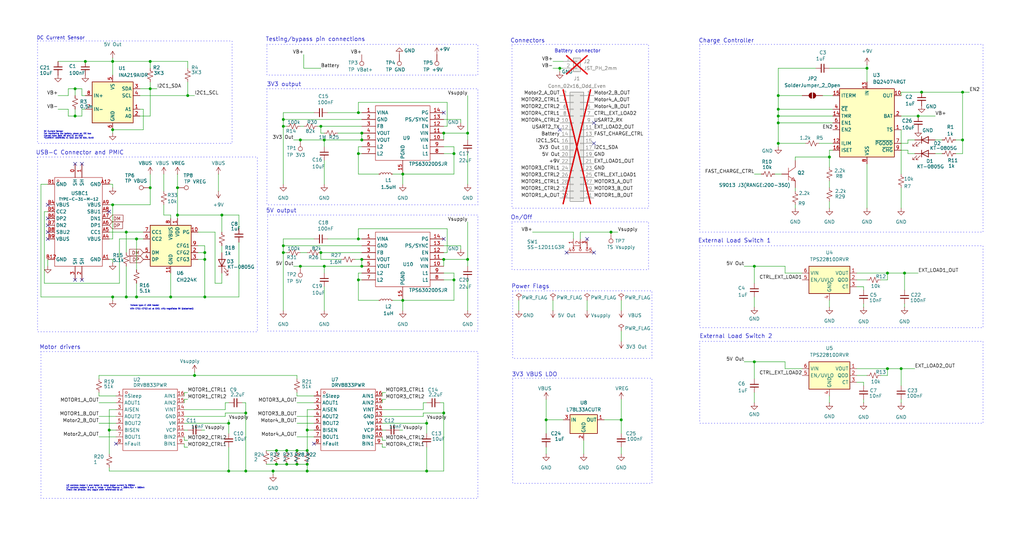
<source format=kicad_sch>
(kicad_sch (version 20250114) (generator "eeschema") (generator_version "9.0")
  (paper "User" 381 203.2)
  (title_block (title "Power Subsystem") (date "2025-03-19") (rev "v1") (company "UCT") (comment 1 "Michael Smith") (comment 2 "Michael Lighton"))
  (lib_symbols
    (symbol "Battery_Management:BQ24074RGT"
      (property "Reference" "U" (at -8.89 13.97 0))
      (property "Value" "BQ24074RGT" (at 16.51 13.97 0))
      (symbol "BQ24074RGT_1_1"
        (pin input line (at -12.7 10.16 0) (length 2.54) (name "ITERM") (number "15"))
        (pin input line (at -12.7 5.08 0) (length 2.54) (name "~{CE}") (number "4"))
        (pin input line (at -12.7 2.54 0) (length 2.54) (name "TMR") (number "14"))
        (pin input line (at -12.7 0 0) (length 2.54) (name "EN1") (number "6"))
        (pin input line (at -12.7 -2.54 0) (length 2.54) (name "EN2") (number "5"))
        (pin passive line (at -12.7 -7.62 0) (length 2.54) (name "ILIM") (number "12"))
        (pin passive line (at -12.7 -10.16 0) (length 2.54) (name "ISET") (number "16"))
        (pin power_in line (at 0 15.24 270) (length 2.54) (name "IN") (number "13"))
        (pin passive line (at 0 -15.24 90) (length 2.54) (hide yes) (name "VSS") (number "17"))
        (pin power_in line (at 0 -15.24 90) (length 2.54) (name "VSS") (number "8"))
        (pin power_out line (at 12.7 10.16 180) (length 2.54) (name "OUT") (number "10"))
        (pin passive line (at 12.7 10.16 180) (length 2.54) (hide yes) (name "OUT") (number "11"))
        (pin power_out line (at 12.7 2.54 180) (length 2.54) (name "BAT") (number "2"))
        (pin passive line (at 12.7 2.54 180) (length 2.54) (hide yes) (name "BAT") (number "3"))
        (pin passive line (at 12.7 -2.54 180) (length 2.54) (name "TS") (number "1"))
        (pin open_collector line (at 12.7 -7.62 180) (length 2.54) (name "~{PGOOD}") (number "7"))
        (pin open_collector line (at 12.7 -10.16 180) (length 2.54) (name "~{CHG}") (number "9"))
      )
    )
    (symbol "Connector:TestPoint" (pin_numbers (hide yes)) (pin_names (offset 0.762) (hide yes))
      (property "Reference" "TP" (at 0 6.858 0))
      (property "Value" "TestPoint" (at 0 5.08 0))
      (symbol "TestPoint_1_1"
        (pin passive line (at 0 0 90) (length 2.54) (name "1") (number "1"))
      )
    )
    (symbol "Connector_Generic:Conn_01x02" (pin_names (offset 1.016) (hide yes))
      (property "Reference" "J" (at 0 2.54 0))
      (property "Value" "Conn_01x02" (at 0 -5.08 0))
      (symbol "Conn_01x02_1_1"
        (pin passive line (at -5.08 0 0) (length 3.81) (name "Pin_1") (number "1"))
        (pin passive line (at -5.08 -2.54 0) (length 3.81) (name "Pin_2") (number "2"))
      )
    )
    (symbol "Connector_Generic:Conn_02x16_Odd_Even" (pin_names (offset 1.016) (hide yes))
      (property "Reference" "J" (at 1.27 20.32 0))
      (property "Value" "Conn_02x16_Odd_Even" (at 1.27 -22.86 0))
      (symbol "Conn_02x16_Odd_Even_1_1"
        (pin passive line (at -5.08 17.78 0) (length 3.81) (name "Pin_1") (number "1"))
        (pin passive line (at -5.08 15.24 0) (length 3.81) (name "Pin_3") (number "3"))
        (pin passive line (at -5.08 12.7 0) (length 3.81) (name "Pin_5") (number "5"))
        (pin passive line (at -5.08 10.16 0) (length 3.81) (name "Pin_7") (number "7"))
        (pin passive line (at -5.08 7.62 0) (length 3.81) (name "Pin_9") (number "9"))
        (pin passive line (at -5.08 5.08 0) (length 3.81) (name "Pin_11") (number "11"))
        (pin passive line (at -5.08 2.54 0) (length 3.81) (name "Pin_13") (number "13"))
        (pin passive line (at -5.08 0 0) (length 3.81) (name "Pin_15") (number "15"))
        (pin passive line (at -5.08 -2.54 0) (length 3.81) (name "Pin_17") (number "17"))
        (pin passive line (at -5.08 -5.08 0) (length 3.81) (name "Pin_19") (number "19"))
        (pin passive line (at -5.08 -7.62 0) (length 3.81) (name "Pin_21") (number "21"))
        (pin passive line (at -5.08 -10.16 0) (length 3.81) (name "Pin_23") (number "23"))
        (pin passive line (at -5.08 -12.7 0) (length 3.81) (name "Pin_25") (number "25"))
        (pin passive line (at -5.08 -15.24 0) (length 3.81) (name "Pin_27") (number "27"))
        (pin passive line (at -5.08 -17.78 0) (length 3.81) (name "Pin_29") (number "29"))
        (pin passive line (at -5.08 -20.32 0) (length 3.81) (name "Pin_31") (number "31"))
        (pin passive line (at 7.62 17.78 180) (length 3.81) (name "Pin_2") (number "2"))
        (pin passive line (at 7.62 15.24 180) (length 3.81) (name "Pin_4") (number "4"))
        (pin passive line (at 7.62 12.7 180) (length 3.81) (name "Pin_6") (number "6"))
        (pin passive line (at 7.62 10.16 180) (length 3.81) (name "Pin_8") (number "8"))
        (pin passive line (at 7.62 7.62 180) (length 3.81) (name "Pin_10") (number "10"))
        (pin passive line (at 7.62 5.08 180) (length 3.81) (name "Pin_12") (number "12"))
        (pin passive line (at 7.62 2.54 180) (length 3.81) (name "Pin_14") (number "14"))
        (pin passive line (at 7.62 0 180) (length 3.81) (name "Pin_16") (number "16"))
        (pin passive line (at 7.62 -2.54 180) (length 3.81) (name "Pin_18") (number "18"))
        (pin passive line (at 7.62 -5.08 180) (length 3.81) (name "Pin_20") (number "20"))
        (pin passive line (at 7.62 -7.62 180) (length 3.81) (name "Pin_22") (number "22"))
        (pin passive line (at 7.62 -10.16 180) (length 3.81) (name "Pin_24") (number "24"))
        (pin passive line (at 7.62 -12.7 180) (length 3.81) (name "Pin_26") (number "26"))
        (pin passive line (at 7.62 -15.24 180) (length 3.81) (name "Pin_28") (number "28"))
        (pin passive line (at 7.62 -17.78 180) (length 3.81) (name "Pin_30") (number "30"))
        (pin passive line (at 7.62 -20.32 180) (length 3.81) (name "Pin_32") (number "32"))
      )
    )
    (symbol "Device:C_Small" (pin_numbers (hide yes)) (pin_names (offset 0.254) (hide yes))
      (property "Reference" "C" (at 0.254 1.778 0))
      (property "Value" "C_Small" (at 0.254 -2.032 0))
      (symbol "C_Small_1_1"
        (pin passive line (at 0 2.54 270) (length 2.032) (name "~") (number "1"))
        (pin passive line (at 0 -2.54 90) (length 2.032) (name "~") (number "2"))
      )
    )
    (symbol "Device:LED" (pin_numbers (hide yes)) (pin_names (offset 1.016) (hide yes))
      (property "Reference" "D" (at 0 2.54 0))
      (property "Value" "LED" (at 0 -2.54 0))
      (symbol "LED_1_1"
        (pin passive line (at -3.81 0 0) (length 2.54) (name "K") (number "1"))
        (pin passive line (at 3.81 0 180) (length 2.54) (name "A") (number "2"))
      )
    )
    (symbol "Device:L_Small" (pin_numbers (hide yes)) (pin_names (offset 0.254) (hide yes))
      (property "Reference" "L" (at 0.762 1.016 0))
      (property "Value" "L_Small" (at 0.762 -1.016 0))
      (symbol "L_Small_1_1"
        (pin passive line (at 0 2.54 270) (length 0.508) (name "~") (number "1"))
        (pin passive line (at 0 -2.54 90) (length 0.508) (name "~") (number "2"))
      )
    )
    (symbol "Device:R_Small_US" (pin_numbers (hide yes)) (pin_names (offset 0.254) (hide yes))
      (property "Reference" "R" (at 0.762 0.508 0))
      (property "Value" "R_Small_US" (at 0.762 -1.016 0))
      (symbol "R_Small_US_1_1"
        (pin passive line (at 0 2.54 270) (length 1.016) (name "~") (number "1"))
        (pin passive line (at 0 -2.54 90) (length 1.016) (name "~") (number "2"))
      )
    )
    (symbol "Interface_USB:CH224K"
      (property "Reference" "U" (at -7.874 -8.89 0))
      (property "Value" "CH224K" (at 3.048 -8.89 0))
      (symbol "CH224K_1_1"
        (pin bidirectional line (at -10.16 5.08 0) (length 2.54) (name "CC1") (number "7"))
        (pin bidirectional line (at -10.16 2.54 0) (length 2.54) (name "CC2") (number "6"))
        (pin bidirectional line (at -10.16 -2.54 0) (length 2.54) (name "DM") (number "5"))
        (pin bidirectional line (at -10.16 -5.08 0) (length 2.54) (name "DP") (number "4"))
        (pin passive line (at 0 10.16 270) (length 2.54) (name "VBUS") (number "8"))
        (pin power_in line (at 0 -10.16 90) (length 2.54) (name "GND") (number "11"))
        (pin power_in line (at 2.54 10.16 270) (length 2.54) (name "VDD") (number "1"))
        (pin open_collector line (at 10.16 5.08 180) (length 2.54) (name "PG") (number "10"))
        (pin passive line (at 10.16 0 180) (length 2.54) (name "CFG1") (number "9"))
        (pin passive line (at 10.16 -2.54 180) (length 2.54) (name "CFG2") (number "2"))
        (pin passive line (at 10.16 -5.08 180) (length 2.54) (name "CFG3") (number "3"))
      )
    )
    (symbol "Jumper:SolderJumper_2_Open" (pin_numbers (hide yes)) (pin_names (offset 0) (hide yes)) (exclude_from_sim yes) (in_bom no)
      (property "Reference" "JP" (at 0 2.032 0))
      (property "Value" "SolderJumper_2_Open" (at 0 -2.54 0))
      (symbol "SolderJumper_2_Open_1_1"
        (pin passive line (at -3.81 0 0) (length 2.54) (name "A") (number "1"))
        (pin passive line (at 3.81 0 180) (length 2.54) (name "B") (number "2"))
      )
    )
    (symbol "Power_Management:TPS22810DRV"
      (property "Reference" "U" (at -6.35 6.35 0))
      (property "Value" "TPS22810DRV" (at 7.62 -6.35 0))
      (symbol "TPS22810DRV_1_1"
        (pin power_in line (at -10.16 2.54 0) (length 2.54) (name "VIN") (number "6"))
        (pin input line (at -10.16 0 0) (length 2.54) (name "EN/UVLO") (number "5"))
        (pin power_in line (at 0 -7.62 90) (length 2.54) (name "GND") (number "4"))
        (pin passive line (at 0 -7.62 90) (length 2.54) (hide yes) (name "GND") (number "7"))
        (pin power_out line (at 10.16 2.54 180) (length 2.54) (name "VOUT") (number "1"))
        (pin open_collector line (at 10.16 0 180) (length 2.54) (name "QOD") (number "2"))
        (pin output line (at 10.16 -2.54 180) (length 2.54) (name "CT") (number "3"))
      )
    )
    (symbol "Regulator_Linear:L78L33_SOT89" (pin_names (offset 0.254))
      (property "Reference" "U" (at -3.81 3.175 0))
      (property "Value" "L78L33_SOT89" (at -0.635 3.175 0))
      (symbol "L78L33_SOT89_1_1"
        (pin power_in line (at -7.62 0 0) (length 2.54) (name "IN") (number "3"))
        (pin power_in line (at 0 -7.62 90) (length 2.54) (name "GND") (number "2"))
        (pin power_out line (at 7.62 0 180) (length 2.54) (name "OUT") (number "1"))
      )
    )
    (symbol "S9013 J31_S9013 J3-altium-import:root_0_S9013 J3(RANGE{colon}200-350)_" (pin_numbers (hide yes)) (pin_names (hide yes))
      (symbol "root_0_S9013 J3(RANGE{colon}200-350)__1_0"
        (pin passive line (at -2.54 0 0) (length 2.54) (name "B") (number "1"))
        (pin passive line (at 2.54 5.08 270) (length 2.54) (name "C") (number "3"))
        (pin passive line (at 2.54 -5.08 90) (length 2.54) (name "E") (number "2"))
      )
    )
    (symbol "SS-12D11G3R1_SS-12D11G3R-altium-import:root_0_SS-12D11G3R_" (pin_names (hide yes))
      (symbol "root_0_SS-12D11G3R__1_0"
        (pin passive line (at -5.08 -2.54 0) (length 2.54) (name "4") (number "4"))
        (pin passive line (at -2.54 2.54 270) (length 2.54) (name "1") (number "1"))
        (pin passive line (at 0 2.54 270) (length 2.54) (name "2") (number "2"))
        (pin passive line (at 2.54 2.54 270) (length 2.54) (name "3") (number "3"))
        (pin passive line (at 5.08 -2.54 180) (length 2.54) (name "5") (number "5"))
      )
    )
    (symbol "Sensor_Energy:INA219AxD"
      (property "Reference" "U" (at -6.35 8.89 0))
      (property "Value" "INA219AxD" (at 5.08 8.89 0))
      (symbol "INA219AxD_1_1"
        (pin input line (at -10.16 2.54 0) (length 2.54) (name "IN+") (number "8"))
        (pin input line (at -10.16 -2.54 0) (length 2.54) (name "IN-") (number "7"))
        (pin power_in line (at 0 10.16 270) (length 2.54) (name "VS") (number "5"))
        (pin power_in line (at 0 -10.16 90) (length 2.54) (name "GND") (number "6"))
        (pin bidirectional line (at 10.16 5.08 180) (length 2.54) (name "SDA") (number "3"))
        (pin input line (at 10.16 2.54 180) (length 2.54) (name "SCL") (number "4"))
        (pin input line (at 10.16 -2.54 180) (length 2.54) (name "A1") (number "1"))
        (pin input line (at 10.16 -5.08 180) (length 2.54) (name "A0") (number "2"))
      )
    )
    (symbol "TPS63020DSJR1_TPS63020DSJR-altium-import:root_0_TPS63020DSJR_"
      (symbol "root_0_TPS63020DSJR__1_0"
        (pin passive line (at -15.24 10.16 0) (length 5.08) (name "VINA") (number "1"))
        (pin passive line (at -15.24 7.62 0) (length 5.08) (name "GND") (number "2"))
        (pin passive line (at -15.24 5.08 0) (length 5.08) (name "FB") (number "3"))
        (pin passive line (at -15.24 2.54 0) (length 5.08) (name "VOUT") (number "4"))
        (pin passive line (at -15.24 0 0) (length 5.08) (name "VOUT") (number "5"))
        (pin passive line (at -15.24 -2.54 0) (length 5.08) (name "L2") (number "6"))
        (pin passive line (at -15.24 -5.08 0) (length 5.08) (name "L2") (number "7"))
        (pin passive line (at 0 -12.7 90) (length 5.08) (name "PGND") (number "15"))
        (pin passive line (at 15.24 10.16 180) (length 5.08) (name "PG") (number "14"))
        (pin passive line (at 15.24 7.62 180) (length 5.08) (name "PS/SYNC") (number "13"))
        (pin passive line (at 15.24 5.08 180) (length 5.08) (name "EN") (number "12"))
        (pin passive line (at 15.24 2.54 180) (length 5.08) (name "VIN") (number "11"))
        (pin passive line (at 15.24 0 180) (length 5.08) (name "VIN") (number "10"))
        (pin passive line (at 15.24 -2.54 180) (length 5.08) (name "L1") (number "9"))
        (pin passive line (at 15.24 -5.08 180) (length 5.08) (name "L1") (number "8"))
      )
    )
    (symbol "hbridge-altium-import:root_0_DRV8833PWR_"
      (symbol "root_0_DRV8833PWR__1_0"
        (pin passive line (at -12.7 8.89 0) (length 2.54) (name "nSleep") (number "1"))
        (pin passive line (at -12.7 6.35 0) (length 2.54) (name "AOUT1") (number "2"))
        (pin passive line (at -12.7 3.81 0) (length 2.54) (name "AISEN") (number "3"))
        (pin passive line (at -12.7 1.27 0) (length 2.54) (name "AOUT2") (number "4"))
        (pin passive line (at -12.7 -1.27 0) (length 2.54) (name "BOUT2") (number "5"))
        (pin passive line (at -12.7 -3.81 0) (length 2.54) (name "BISEN") (number "6"))
        (pin passive line (at -12.7 -6.35 0) (length 2.54) (name "BOUT1") (number "7"))
        (pin passive line (at -12.7 -8.89 0) (length 2.54) (name "nFault") (number "8"))
        (pin passive line (at 12.7 8.89 180) (length 2.54) (name "AIN1") (number "16"))
        (pin passive line (at 12.7 6.35 180) (length 2.54) (name "AIN2") (number "15"))
        (pin passive line (at 12.7 3.81 180) (length 2.54) (name "VINT") (number "14"))
        (pin passive line (at 12.7 1.27 180) (length 2.54) (name "GND") (number "13"))
        (pin passive line (at 12.7 -1.27 180) (length 2.54) (name "VM") (number "12"))
        (pin passive line (at 12.7 -3.81 180) (length 2.54) (name "VCP") (number "11"))
        (pin passive line (at 12.7 -6.35 180) (length 2.54) (name "BIN2") (number "10"))
        (pin passive line (at 12.7 -8.89 180) (length 2.54) (name "BIN1") (number "9"))
      )
    )
    (symbol "power:+9V" (power) (pin_numbers (hide yes)) (pin_names (offset 0) (hide yes))
      (property "Value" "+9V" (at 0 3.556 0))
      (symbol "+9V_1_1"
        (pin power_in line (at 0 0 90) (length 0) (name "~") (number "1"))
      )
    )
    (symbol "power:GND" (power) (pin_numbers (hide yes)) (pin_names (offset 0) (hide yes))
      (property "Value" "GND" (at 0 -3.81 0))
      (symbol "GND_1_1"
        (pin power_in line (at 0 0 270) (length 0) (name "~") (number "1"))
      )
    )
    (symbol "power:PWR_FLAG" (power) (pin_numbers (hide yes)) (pin_names (offset 0) (hide yes))
      (property "Value" "PWR_FLAG" (at 0 3.81 0))
      (symbol "PWR_FLAG_0_0"
        (pin power_out line (at 0 0 90) (length 0) (name "~") (number "1"))
      )
    )
    (symbol "power:VCC" (power) (pin_numbers (hide yes)) (pin_names (offset 0) (hide yes))
      (property "Value" "VCC" (at 0 3.556 0))
      (symbol "VCC_1_1"
        (pin power_in line (at 0 0 90) (length 0) (name "~") (number "1"))
      )
    )
    (symbol "usb_c-altium-import:root_0_TYPE-C-31-M-12_"
      (symbol "root_0_TYPE-C-31-M-12__1_0"
        (pin passive line (at -11.43 13.97 0) (length 2.54) (name "GND") (number "B1"))
        (pin passive line (at -11.43 6.35 0) (length 2.54) (name "VBUS") (number "B4"))
        (pin passive line (at -11.43 3.81 0) (length 2.54) (name "CC2") (number "B5"))
        (pin passive line (at -11.43 1.27 0) (length 2.54) (name "DP2") (number "B6"))
        (pin passive line (at -11.43 -1.27 0) (length 2.54) (name "DN2") (number "B7"))
        (pin passive line (at -11.43 -3.81 0) (length 2.54) (name "SBU2") (number "B8"))
        (pin passive line (at -11.43 -6.35 0) (length 2.54) (name "VBUS") (number "B9"))
        (pin passive line (at -11.43 -13.97 0) (length 2.54) (name "GND") (number "B12"))
        (pin passive line (at -1.27 21.59 270) (length 5.08) (name "SH") (number "0"))
        (pin passive line (at -1.27 -21.59 90) (length 5.08) (name "SH") (number "3"))
        (pin passive line (at 1.27 21.59 270) (length 5.08) (name "SH") (number "1"))
        (pin passive line (at 1.27 -21.59 90) (length 5.08) (name "SH") (number "2"))
        (pin passive line (at 11.43 13.97 180) (length 2.54) (name "GND") (number "A12"))
        (pin passive line (at 11.43 6.35 180) (length 2.54) (name "VBUS") (number "A9"))
        (pin passive line (at 11.43 3.81 180) (length 2.54) (name "SBU1") (number "A8"))
        (pin passive line (at 11.43 1.27 180) (length 2.54) (name "DN1") (number "A7"))
        (pin passive line (at 11.43 -1.27 180) (length 2.54) (name "DP1") (number "A6"))
        (pin passive line (at 11.43 -3.81 180) (length 2.54) (name "CC1") (number "A5"))
        (pin passive line (at 11.43 -6.35 180) (length 2.54) (name "VBUS") (number "A4"))
        (pin passive line (at 11.43 -13.97 180) (length 2.54) (name "GND") (number "A1"))
      )
    )
  )
  (rectangle (start 260.35 91.44) (end 365.76 121.92) (stroke (width 0.254) (type dot) (color 74 68 255 1)))
  (rectangle (start 260.35 16.51) (end 365.76 86.36) (stroke (width 0.254) (type dot) (color 74 68 255 1)))
  (rectangle (start 190.754 108.204) (end 242.57 133.35) (stroke (width 0.254) (type dot) (color 74 68 255 1)))
  (rectangle (start 13.97 15.24) (end 86.36 53.34) (stroke (width 0.254) (type dot) (color 74 68 255 1)))
  (rectangle (start 15.24 130.81) (end 177.8 185.42) (stroke (width 0.254) (type dot) (color 74 68 255 1)))
  (rectangle (start 99.314 33.02) (end 177.8 76.2) (stroke (width 0.254) (type dot) (color 74 68 255 1)))
  (rectangle (start 99.314 16.51) (end 177.8 27.94) (stroke (width 0.254) (type dot) (color 74 68 255 1)))
  (rectangle (start 190.5 16.51) (end 241.3 77.47) (stroke (width 0.254) (type dot) (color 74 68 255 1)))
  (rectangle (start 13.97 58.42) (end 95.758 123.444) (stroke (width 0.254) (type dot) (color 74 68 255 1)))
  (rectangle (start 260.35 127) (end 365.76 157.48) (stroke (width 0.254) (type dot) (color 74 68 255 1)))
  (rectangle (start 190.5 82.55) (end 241.3 100.33) (stroke (width 0.254) (type dot) (color 74 68 255 1)))
  (rectangle (start 99.568 80.01) (end 177.8 123.19) (stroke (width 0.254) (type dot) (color 74 68 255 1)))
  (rectangle (start 190.754 140.716) (end 242.57 179.832) (stroke (width 0.254) (type dot) (color 74 68 255 1)))
  (text "Battery connector\n" (exclude_from_sim yes) (at 214.884 19.05 0) (effects (font (size 1.27 1.27))))
  (text "3V3 VBUS LDO\n" (at 198.882 139.446 0) (effects (font (size 1.524 1.524))))
  (text "U2 controls motor 1 and motor 2, rated motor current is 200mA\nU7 controls motors 3 and 4, Ichop = Vref/Rsense = 200m/0.4 = 500mA\nCheck the pinouts, very vague when referenced to uC\n" (at 24.638 181.61 0) (effects (font (size 0.508 0.508)) (justify left)))
  (text "DC Current Sensor" (at 22.606 14.224 0) (effects (font (size 1.27 1.27))))
  (text "External Load Switch 2\n" (at 273.812 125.222 0) (effects (font (size 1.524 1.524))))
  (text "Connectors" (at 196.342 15.24 0) (effects (font (size 1.524 1.524))))
  (text "DC Current Sensor\nFor monitoring the battery, place on I2C bus \nCannot have both A0 and A1 on GND\n*CURRENT ADDRESS: A1 GND and A0 SDA, 0x40" (at 16.256 50.292 0) (effects (font (size 0.508 0.508)) (justify left)))
  (text "Power Flags\n" (at 197.358 106.68 0) (effects (font (size 1.524 1.524))))
  (text "Motor drivers" (at 22.352 129.286 0) (effects (font (size 1.524 1.524))))
  (text "Charge Controller" (at 270.256 15.24 0) (effects (font (size 1.524 1.524))))
  (text "Female type-C USB header\n" (at 53.848 113.792 0) (effects (font (size 0.508 0.508))))
  (text "3V3 output\n" (at 105.664 31.496 0) (effects (font (size 1.524 1.524))))
  (text "On/Off\n" (at 194.056 81.026 0) (effects (font (size 1.524 1.524))))
  (text "5V output\n" (at 104.648 78.486 0) (effects (font (size 1.524 1.524))))
  (text "Testing/bypass pin connections" (at 117.348 14.732 0) (effects (font (size 1.524 1.524))))
  (text "With CFG1-CFG3 all at GND, chip negotiates 9V (datasheet)" (at 60.198 115.062 0) (effects (font (size 0.508 0.508))))
  (text "External Load Switch 1\n" (at 273.304 89.662 0) (effects (font (size 1.524 1.524))))
  (text "USB-C Connector and PMIC" (at 29.718 56.896 0) (effects (font (size 1.524 1.524))))
  (junction (at 289.56 53.34))
  (junction (at 76.2 96.52))
  (junction (at 149.86 64.77))
  (junction (at 149.86 111.76))
  (junction (at 133.35 41.91))
  (junction (at 91.44 175.26))
  (junction (at 133.35 104.14))
  (junction (at 289.56 43.18))
  (junction (at 110.49 172.72))
  (junction (at 133.35 88.9))
  (junction (at 289.56 40.64))
  (junction (at 308.61 58.42))
  (junction (at 158.75 157.48))
  (junction (at 31.75 22.86))
  (junction (at 110.49 167.64))
  (junction (at 341.63 43.18))
  (junction (at 114.3 175.26))
  (junction (at 41.91 76.2))
  (junction (at 134.62 52.07))
  (junction (at 280.67 99.06))
  (junction (at 102.87 167.64))
  (junction (at 208.28 25.4))
  (junction (at 40.64 160.02))
  (junction (at 134.62 96.52))
  (junction (at 203.2 156.21))
  (junction (at 114.3 167.64))
  (junction (at 111.76 99.06))
  (junction (at 335.28 137.16))
  (junction (at 72.39 139.7))
  (junction (at 168.91 104.14))
  (junction (at 41.91 110.49))
  (junction (at 165.1 153.67))
  (junction (at 114.3 172.72))
  (junction (at 280.67 134.62))
  (junction (at 134.62 99.06))
  (junction (at 114.3 160.02))
  (junction (at 105.41 44.45))
  (junction (at 133.35 57.15))
  (junction (at 55.88 22.86))
  (junction (at 358.14 52.07))
  (junction (at 82.55 80.01))
  (junction (at 105.41 91.44))
  (junction (at 158.75 175.26))
  (junction (at 134.62 49.53))
  (junction (at 120.65 52.07))
  (junction (at 66.04 80.01))
  (junction (at 330.2 101.6))
  (junction (at 76.2 93.98))
  (junction (at 173.99 96.52))
  (junction (at 105.41 93.98))
  (junction (at 106.68 172.72))
  (junction (at 322.58 25.4))
  (junction (at 69.85 35.56))
  (junction (at 91.44 153.67))
  (junction (at 111.76 52.07))
  (junction (at 50.8 88.9))
  (junction (at 55.88 69.85))
  (junction (at 105.41 46.99))
  (junction (at 63.5 110.49))
  (junction (at 173.99 49.53))
  (junction (at 289.56 45.72))
  (junction (at 55.88 33.02))
  (junction (at 358.14 34.29))
  (junction (at 231.14 156.21))
  (junction (at 342.9 34.29))
  (junction (at 27.94 43.18))
  (junction (at 27.94 33.02))
  (junction (at 119.38 93.98))
  (junction (at 330.2 137.16))
  (junction (at 76.2 110.49))
  (junction (at 85.09 157.48))
  (junction (at 168.91 57.15))
  (junction (at 102.87 172.72))
  (junction (at 165.1 96.52))
  (junction (at 227.33 86.36))
  (junction (at 66.04 69.85))
  (junction (at 41.91 22.86))
  (junction (at 119.38 46.99))
  (junction (at 289.56 35.56))
  (junction (at 165.1 49.53))
  (junction (at 41.91 48.26))
  (junction (at 106.68 167.64))
  (junction (at 336.55 101.6))
  (junction (at 120.65 99.06))
  (junction (at 46.99 110.49))
  (junction (at 50.8 110.49))
  (junction (at 101.6 175.26))
  (junction (at 85.09 175.26))
  (junction (at 46.99 86.36))
  (no_connect (at 40.64 78.74))
  (no_connect (at 17.78 76.2))
  (no_connect (at 116.84 165.1))
  (no_connect (at 210.82 93.98))
  (no_connect (at 27.94 104.14))
  (no_connect (at 17.78 88.9))
  (no_connect (at 208.28 48.26))
  (no_connect (at 43.18 165.1))
  (no_connect (at 17.78 86.36))
  (no_connect (at 218.44 88.9))
  (no_connect (at 165.1 41.91))
  (no_connect (at 17.78 83.82))
  (no_connect (at 220.98 53.34))
  (no_connect (at 30.48 104.14))
  (no_connect (at 165.1 88.9))
  (no_connect (at 30.48 60.96))
  (no_connect (at 17.78 81.28))
  (no_connect (at 27.94 60.96))
  (no_connect (at 220.98 93.98))
  (no_connect (at 220.98 45.72))
  (wire (pts (xy 231.14 111.76) (xy 231.14 115.57)))
  (wire (pts (xy 203.2 156.21) (xy 209.55 156.21)))
  (wire (pts (xy 76.2 96.52) (xy 76.2 110.49)))
  (wire (pts (xy 110.49 147.32) (xy 110.49 146.05)))
  (wire (pts (xy 166.37 38.1) (xy 133.35 38.1)))
  (wire (pts (xy 41.91 110.49) (xy 46.99 110.49)))
  (wire (pts (xy 289.56 40.64) (xy 289.56 43.18)))
  (wire (pts (xy 36.83 147.32) (xy 36.83 146.05)))
  (wire (pts (xy 40.64 160.02) (xy 43.18 160.02)))
  (wire (pts (xy 40.64 175.26) (xy 85.09 175.26)))
  (wire (pts (xy 114.3 172.72) (xy 114.3 175.26)))
  (wire (pts (xy 217.17 163.83) (xy 217.17 168.91)))
  (wire (pts (xy 21.59 35.56) (xy 25.4 35.56)))
  (wire (pts (xy 173.99 96.52) (xy 173.99 99.06)))
  (wire (pts (xy 289.56 35.56) (xy 298.45 35.56)))
  (wire (pts (xy 289.56 45.72) (xy 309.88 45.72)))
  (wire (pts (xy 52.07 33.02) (xy 55.88 33.02)))
  (wire (pts (xy 355.6 57.15) (xy 358.14 57.15)))
  (wire (pts (xy 133.35 88.9) (xy 134.62 88.9)))
  (wire (pts (xy 76.2 93.98) (xy 76.2 96.52)))
  (wire (pts (xy 280.67 134.62) (xy 292.1 134.62)))
  (wire (pts (xy 335.28 148.59) (xy 335.28 149.86)))
  (wire (pts (xy 321.31 106.68) (xy 321.31 107.95)))
  (wire (pts (xy 73.66 96.52) (xy 76.2 96.52)))
  (wire (pts (xy 142.24 148.59) (xy 143.51 148.59)))
  (wire (pts (xy 105.41 88.9) (xy 116.84 88.9)))
  (wire (pts (xy 142.24 157.48) (xy 158.75 157.48)))
  (wire (pts (xy 133.35 41.91) (xy 134.62 41.91)))
  (wire (pts (xy 158.75 156.21) (xy 158.75 157.48)))
  (wire (pts (xy 318.77 137.16) (xy 330.2 137.16)))
  (wire (pts (xy 308.61 67.31) (xy 308.61 69.85)))
  (wire (pts (xy 208.28 25.4) (xy 209.55 25.4)))
  (wire (pts (xy 308.61 111.76) (xy 308.61 114.3)))
  (wire (pts (xy 330.2 137.16) (xy 330.2 139.7)))
  (wire (pts (xy 165.1 44.45) (xy 171.45 44.45)))
  (wire (pts (xy 231.14 148.59) (xy 231.14 156.21)))
  (wire (pts (xy 298.45 101.6) (xy 292.1 101.6)))
  (wire (pts (xy 292.1 101.6) (xy 292.1 99.06)))
  (wire (pts (xy 121.92 88.9) (xy 133.35 88.9)))
  (wire (pts (xy 119.38 93.98) (xy 134.62 93.98)))
  (wire (pts (xy 66.04 69.85) (xy 66.04 80.01)))
  (wire (pts (xy 193.04 111.76) (xy 193.04 115.57)))
  (wire (pts (xy 335.28 137.16) (xy 340.36 137.16)))
  (wire (pts (xy 165.1 153.67) (xy 165.1 175.26)))
  (wire (pts (xy 36.83 139.7) (xy 36.83 140.97)))
  (wire (pts (xy 91.44 153.67) (xy 91.44 175.26)))
  (wire (pts (xy 44.45 88.9) (xy 50.8 88.9)))
  (wire (pts (xy 82.55 101.6) (xy 82.55 105.41)))
  (wire (pts (xy 149.86 64.77) (xy 168.91 64.77)))
  (wire (pts (xy 110.49 162.56) (xy 116.84 162.56)))
  (wire (pts (xy 119.38 93.98) (xy 119.38 96.52)))
  (wire (pts (xy 30.48 40.64) (xy 30.48 43.18)))
  (wire (pts (xy 55.88 33.02) (xy 58.42 33.02)))
  (wire (pts (xy 295.91 58.42) (xy 308.61 58.42)))
  (wire (pts (xy 30.48 35.56) (xy 31.75 35.56)))
  (wire (pts (xy 15.24 110.49) (xy 41.91 110.49)))
  (wire (pts (xy 163.83 149.86) (xy 165.1 149.86)))
  (wire (pts (xy 76.2 110.49) (xy 63.5 110.49)))
  (wire (pts (xy 41.91 96.52) (xy 41.91 97.79)))
  (wire (pts (xy 337.82 57.15) (xy 340.36 57.15)))
  (wire (pts (xy 109.22 99.06) (xy 111.76 99.06)))
  (wire (pts (xy 106.68 167.64) (xy 110.49 167.64)))
  (wire (pts (xy 158.75 166.37) (xy 158.75 175.26)))
  (wire (pts (xy 173.99 82.55) (xy 173.99 96.52)))
  (wire (pts (xy 133.35 85.09) (xy 133.35 88.9)))
  (wire (pts (xy 280.67 99.06) (xy 280.67 105.41)))
  (wire (pts (xy 322.58 60.96) (xy 322.58 77.47)))
  (wire (pts (xy 205.74 22.86) (xy 209.55 22.86)))
  (wire (pts (xy 41.91 76.2) (xy 55.88 76.2)))
  (wire (pts (xy 213.36 86.36) (xy 213.36 88.9)))
  (wire (pts (xy 82.55 105.41) (xy 80.01 105.41)))
  (wire (pts (xy 73.66 86.36) (xy 80.01 86.36)))
  (wire (pts (xy 322.58 25.4) (xy 322.58 30.48)))
  (wire (pts (xy 306.07 35.56) (xy 309.88 35.56)))
  (wire (pts (xy 342.9 34.29) (xy 358.14 34.29)))
  (wire (pts (xy 330.2 101.6) (xy 330.2 104.14)))
  (wire (pts (xy 41.91 76.2) (xy 41.91 88.9)))
  (wire (pts (xy 166.37 85.09) (xy 133.35 85.09)))
  (wire (pts (xy 68.58 154.94) (xy 83.82 154.94)))
  (wire (pts (xy 82.55 80.01) (xy 88.9 80.01)))
  (wire (pts (xy 85.09 175.26) (xy 91.44 175.26)))
  (wire (pts (xy 336.55 101.6) (xy 336.55 107.95)))
  (wire (pts (xy 114.3 160.02) (xy 116.84 160.02)))
  (wire (pts (xy 335.28 53.34) (xy 337.82 53.34)))
  (wire (pts (xy 355.6 52.07) (xy 358.14 52.07)))
  (wire (pts (xy 120.65 52.07) (xy 134.62 52.07)))
  (wire (pts (xy 298.45 137.16) (xy 292.1 137.16)))
  (wire (pts (xy 41.91 48.26) (xy 53.34 48.26)))
  (wire (pts (xy 142.24 152.4) (xy 157.48 152.4)))
  (wire (pts (xy 165.1 46.99) (xy 166.37 46.99)))
  (wire (pts (xy 41.91 22.86) (xy 55.88 22.86)))
  (wire (pts (xy 46.99 99.06) (xy 46.99 110.49)))
  (wire (pts (xy 330.2 137.16) (xy 335.28 137.16)))
  (wire (pts (xy 140.97 111.76) (xy 133.35 111.76)))
  (wire (pts (xy 289.56 53.34) (xy 289.56 54.61)))
  (wire (pts (xy 102.87 167.64) (xy 106.68 167.64)))
  (wire (pts (xy 101.6 175.26) (xy 114.3 175.26)))
  (wire (pts (xy 25.4 40.64) (xy 25.4 43.18)))
  (wire (pts (xy 88.9 80.01) (xy 88.9 85.09)))
  (wire (pts (xy 171.45 91.44) (xy 171.45 92.71)))
  (wire (pts (xy 119.38 46.99) (xy 134.62 46.99)))
  (wire (pts (xy 168.91 111.76) (xy 168.91 104.14)))
  (wire (pts (xy 318.77 104.14) (xy 322.58 104.14)))
  (wire (pts (xy 99.06 172.72) (xy 102.87 172.72)))
  (wire (pts (xy 27.94 40.64) (xy 27.94 43.18)))
  (wire (pts (xy 105.41 46.99) (xy 106.68 46.99)))
  (wire (pts (xy 73.66 93.98) (xy 76.2 93.98)))
  (wire (pts (xy 341.63 43.18) (xy 347.98 43.18)))
  (wire (pts (xy 40.64 160.02) (xy 40.64 152.4)))
  (wire (pts (xy 85.09 157.48) (xy 85.09 161.29)))
  (wire (pts (xy 203.2 166.37) (xy 203.2 168.91)))
  (wire (pts (xy 318.77 142.24) (xy 321.31 142.24)))
  (wire (pts (xy 111.76 93.98) (xy 114.3 93.98)))
  (wire (pts (xy 142.24 162.56) (xy 142.24 163.83)))
  (wire (pts (xy 63.5 80.01) (xy 63.5 81.28)))
  (wire (pts (xy 295.91 76.2) (xy 295.91 77.47)))
  (wire (pts (xy 40.64 152.4) (xy 43.18 152.4)))
  (wire (pts (xy 309.88 55.88) (xy 308.61 55.88)))
  (wire (pts (xy 82.55 80.01) (xy 82.55 86.36)))
  (wire (pts (xy 149.86 111.76) (xy 168.91 111.76)))
  (wire (pts (xy 327.66 104.14) (xy 330.2 104.14)))
  (wire (pts (xy 120.65 99.06) (xy 134.62 99.06)))
  (wire (pts (xy 205.74 111.76) (xy 205.74 115.57)))
  (wire (pts (xy 335.28 69.85) (xy 335.28 77.47)))
  (wire (pts (xy 83.82 153.67) (xy 91.44 153.67)))
  (wire (pts (xy 116.84 147.32) (xy 110.49 147.32)))
  (wire (pts (xy 166.37 46.99) (xy 166.37 38.1)))
  (wire (pts (xy 41.91 22.86) (xy 41.91 27.94)))
  (wire (pts (xy 106.68 172.72) (xy 110.49 172.72)))
  (wire (pts (xy 142.24 165.1) (xy 142.24 166.37)))
  (wire (pts (xy 289.56 43.18) (xy 289.56 45.72)))
  (wire (pts (xy 173.99 35.56) (xy 173.99 49.53)))
  (wire (pts (xy 335.28 43.18) (xy 341.63 43.18)))
  (wire (pts (xy 16.51 78.74) (xy 16.51 105.41)))
  (wire (pts (xy 83.82 149.86) (xy 83.82 152.4)))
  (wire (pts (xy 336.55 101.6) (xy 341.63 101.6)))
  (wire (pts (xy 66.04 64.77) (xy 66.04 69.85)))
  (wire (pts (xy 149.86 111.76) (xy 149.86 115.57)))
  (wire (pts (xy 55.88 22.86) (xy 55.88 25.4)))
  (wire (pts (xy 308.61 55.88) (xy 308.61 58.42)))
  (wire (pts (xy 335.28 137.16) (xy 335.28 143.51)))
  (wire (pts (xy 132.08 96.52) (xy 134.62 96.52)))
  (wire (pts (xy 76.2 91.44) (xy 76.2 93.98)))
  (wire (pts (xy 40.64 175.26) (xy 40.64 173.99)))
  (wire (pts (xy 280.67 99.06) (xy 292.1 99.06)))
  (wire (pts (xy 15.24 68.58) (xy 15.24 110.49)))
  (wire (pts (xy 114.3 175.26) (xy 158.75 175.26)))
  (wire (pts (xy 102.87 172.72) (xy 106.68 172.72)))
  (wire (pts (xy 142.24 160.02) (xy 143.51 160.02)))
  (wire (pts (xy 142.24 163.83) (xy 143.51 163.83)))
  (wire (pts (xy 215.9 86.36) (xy 215.9 88.9)))
  (wire (pts (xy 41.91 110.49) (xy 41.91 111.76)))
  (wire (pts (xy 133.35 38.1) (xy 133.35 41.91)))
  (wire (pts (xy 289.56 45.72) (xy 289.56 53.34)))
  (wire (pts (xy 118.11 46.99) (xy 119.38 46.99)))
  (wire (pts (xy 289.56 43.18) (xy 309.88 43.18)))
  (wire (pts (xy 30.48 35.56) (xy 30.48 33.02)))
  (wire (pts (xy 15.24 68.58) (xy 17.78 68.58)))
  (wire (pts (xy 31.75 22.86) (xy 41.91 22.86)))
  (wire (pts (xy 36.83 149.86) (xy 43.18 149.86)))
  (wire (pts (xy 308.61 25.4) (xy 322.58 25.4)))
  (wire (pts (xy 68.58 152.4) (xy 83.82 152.4)))
  (wire (pts (xy 68.58 162.56) (xy 68.58 163.83)))
  (wire (pts (xy 114.3 160.02) (xy 114.3 152.4)))
  (wire (pts (xy 80.01 105.41) (xy 80.01 86.36)))
  (wire (pts (xy 158.75 175.26) (xy 165.1 175.26)))
  (wire (pts (xy 215.9 86.36) (xy 227.33 86.36)))
  (wire (pts (xy 121.92 41.91) (xy 133.35 41.91)))
  (wire (pts (xy 105.41 68.58) (xy 105.41 46.99)))
  (wire (pts (xy 166.37 93.98) (xy 166.37 85.09)))
  (wire (pts (xy 36.83 162.56) (xy 43.18 162.56)))
  (wire (pts (xy 335.28 35.56) (xy 335.28 34.29)))
  (wire (pts (xy 40.64 68.58) (xy 41.91 68.58)))
  (wire (pts (xy 52.07 35.56) (xy 69.85 35.56)))
  (wire (pts (xy 227.33 86.36) (xy 229.87 86.36)))
  (wire (pts (xy 149.86 64.77) (xy 149.86 68.58)))
  (wire (pts (xy 40.64 160.02) (xy 40.64 168.91)))
  (wire (pts (xy 111.76 46.99) (xy 113.03 46.99)))
  (wire (pts (xy 133.35 64.77) (xy 133.35 57.15)))
  (wire (pts (xy 321.31 142.24) (xy 321.31 143.51)))
  (wire (pts (xy 90.17 149.86) (xy 91.44 149.86)))
  (wire (pts (xy 157.48 153.67) (xy 165.1 153.67)))
  (wire (pts (xy 358.14 34.29) (xy 358.14 52.07)))
  (wire (pts (xy 66.04 80.01) (xy 66.04 81.28)))
  (wire (pts (xy 50.8 105.41) (xy 50.8 110.49)))
  (wire (pts (xy 40.64 96.52) (xy 41.91 96.52)))
  (wire (pts (xy 292.1 137.16) (xy 292.1 134.62)))
  (wire (pts (xy 91.44 149.86) (xy 91.44 153.67)))
  (wire (pts (xy 69.85 35.56) (xy 72.39 35.56)))
  (wire (pts (xy 43.18 147.32) (xy 36.83 147.32)))
  (wire (pts (xy 110.49 139.7) (xy 110.49 140.97)))
  (wire (pts (xy 36.83 154.94) (xy 43.18 154.94)))
  (wire (pts (xy 198.12 86.36) (xy 213.36 86.36)))
  (wire (pts (xy 83.82 154.94) (xy 83.82 153.67)))
  (wire (pts (xy 295.91 59.69) (xy 295.91 58.42)))
  (wire (pts (xy 110.49 154.94) (xy 116.84 154.94)))
  (wire (pts (xy 133.35 111.76) (xy 133.35 104.14)))
  (wire (pts (xy 113.03 20.32) (xy 113.03 25.4)))
  (wire (pts (xy 289.56 25.4) (xy 303.53 25.4)))
  (wire (pts (xy 110.49 172.72) (xy 114.3 172.72)))
  (wire (pts (xy 165.1 91.44) (xy 171.45 91.44)))
  (wire (pts (xy 280.67 134.62) (xy 280.67 140.97)))
  (wire (pts (xy 133.35 104.14) (xy 134.62 104.14)))
  (wire (pts (xy 165.1 149.86) (xy 165.1 153.67)))
  (wire (pts (xy 119.38 49.53) (xy 120.65 49.53)))
  (wire (pts (xy 68.58 147.32) (xy 68.58 146.05)))
  (wire (pts (xy 168.91 104.14) (xy 168.91 101.6)))
  (wire (pts (xy 68.58 160.02) (xy 69.85 160.02)))
  (wire (pts (xy 105.41 91.44) (xy 105.41 93.98)))
  (wire (pts (xy 72.39 139.7) (xy 110.49 139.7)))
  (wire (pts (xy 146.05 64.77) (xy 149.86 64.77)))
  (wire (pts (xy 142.24 154.94) (xy 157.48 154.94)))
  (wire (pts (xy 337.82 55.88) (xy 337.82 57.15)))
  (wire (pts (xy 165.1 96.52) (xy 165.1 99.06)))
  (wire (pts (xy 168.91 54.61) (xy 165.1 54.61)))
  (wire (pts (xy 91.44 175.26) (xy 101.6 175.26)))
  (wire (pts (xy 134.62 96.52) (xy 134.62 99.06)))
  (wire (pts (xy 60.96 76.2) (xy 60.96 80.01)))
  (wire (pts (xy 142.24 146.05) (xy 143.51 146.05)))
  (wire (pts (xy 133.35 54.61) (xy 133.35 57.15)))
  (wire (pts (xy 336.55 113.03) (xy 336.55 114.3)))
  (wire (pts (xy 203.2 156.21) (xy 203.2 161.29)))
  (wire (pts (xy 134.62 101.6) (xy 133.35 101.6)))
  (wire (pts (xy 308.61 147.32) (xy 308.61 149.86)))
  (wire (pts (xy 158.75 149.86) (xy 157.48 149.86)))
  (wire (pts (xy 40.64 88.9) (xy 41.91 88.9)))
  (wire (pts (xy 119.38 46.99) (xy 119.38 49.53)))
  (wire (pts (xy 105.41 115.57) (xy 105.41 93.98)))
  (wire (pts (xy 85.09 166.37) (xy 85.09 175.26)))
  (wire (pts (xy 358.14 52.07) (xy 358.14 57.15)))
  (wire (pts (xy 46.99 110.49) (xy 50.8 110.49)))
  (wire (pts (xy 304.8 53.34) (xy 309.88 53.34)))
  (wire (pts (xy 53.34 86.36) (xy 46.99 86.36)))
  (wire (pts (xy 114.3 152.4) (xy 116.84 152.4)))
  (wire (pts (xy 134.62 54.61) (xy 133.35 54.61)))
  (wire (pts (xy 52.07 40.64) (xy 53.34 40.64)))
  (wire (pts (xy 173.99 57.15) (xy 173.99 68.58)))
  (wire (pts (xy 165.1 96.52) (xy 173.99 96.52)))
  (wire (pts (xy 289.56 53.34) (xy 299.72 53.34)))
  (wire (pts (xy 203.2 148.59) (xy 203.2 156.21)))
  (wire (pts (xy 134.62 49.53) (xy 134.62 52.07)))
  (wire (pts (xy 171.45 44.45) (xy 171.45 45.72)))
  (wire (pts (xy 335.28 34.29) (xy 342.9 34.29)))
  (wire (pts (xy 120.65 59.69) (xy 120.65 68.58)))
  (wire (pts (xy 335.28 48.26) (xy 335.28 64.77)))
  (wire (pts (xy 295.91 69.85) (xy 295.91 71.12)))
  (wire (pts (xy 27.94 33.02) (xy 27.94 35.56)))
  (wire (pts (xy 109.22 52.07) (xy 111.76 52.07)))
  (wire (pts (xy 105.41 93.98) (xy 106.68 93.98)))
  (wire (pts (xy 85.09 156.21) (xy 85.09 157.48)))
  (wire (pts (xy 111.76 52.07) (xy 120.65 52.07)))
  (wire (pts (xy 165.1 49.53) (xy 173.99 49.53)))
  (wire (pts (xy 157.48 149.86) (xy 157.48 152.4)))
  (wire (pts (xy 105.41 91.44) (xy 134.62 91.44)))
  (wire (pts (xy 17.78 96.52) (xy 17.78 99.06)))
  (wire (pts (xy 173.99 49.53) (xy 173.99 52.07)))
  (wire (pts (xy 142.24 166.37) (xy 143.51 166.37)))
  (wire (pts (xy 69.85 30.48) (xy 69.85 35.56)))
  (wire (pts (xy 105.41 46.99) (xy 105.41 44.45)))
  (wire (pts (xy 120.65 52.07) (xy 120.65 54.61)))
  (wire (pts (xy 318.77 106.68) (xy 321.31 106.68)))
  (wire (pts (xy 66.04 80.01) (xy 82.55 80.01)))
  (wire (pts (xy 120.65 99.06) (xy 120.65 101.6)))
  (wire (pts (xy 289.56 35.56) (xy 289.56 40.64)))
  (wire (pts (xy 72.39 138.43) (xy 72.39 139.7)))
  (wire (pts (xy 60.96 80.01) (xy 63.5 80.01)))
  (wire (pts (xy 31.75 40.64) (xy 30.48 40.64)))
  (wire (pts (xy 347.98 52.07) (xy 350.52 52.07)))
  (wire (pts (xy 110.49 167.64) (xy 114.3 167.64)))
  (wire (pts (xy 85.09 149.86) (xy 83.82 149.86)))
  (wire (pts (xy 173.99 104.14) (xy 173.99 115.57)))
  (wire (pts (xy 44.45 88.9) (xy 44.45 105.41)))
  (wire (pts (xy 50.8 88.9) (xy 50.8 100.33)))
  (wire (pts (xy 148.59 160.02) (xy 149.86 160.02)))
  (wire (pts (xy 68.58 166.37) (xy 69.85 166.37)))
  (wire (pts (xy 165.1 93.98) (xy 166.37 93.98)))
  (wire (pts (xy 308.61 74.93) (xy 308.61 77.47)))
  (wire (pts (xy 68.58 148.59) (xy 69.85 148.59)))
  (wire (pts (xy 68.58 163.83) (xy 69.85 163.83)))
  (wire (pts (xy 27.94 43.18) (xy 30.48 43.18)))
  (wire (pts (xy 133.35 101.6) (xy 133.35 104.14)))
  (wire (pts (xy 289.56 25.4) (xy 289.56 35.56)))
  (wire (pts (xy 280.67 110.49) (xy 280.67 114.3)))
  (wire (pts (xy 280.67 64.77) (xy 283.21 64.77)))
  (wire (pts (xy 330.2 101.6) (xy 336.55 101.6)))
  (wire (pts (xy 318.77 101.6) (xy 330.2 101.6)))
  (wire (pts (xy 335.28 55.88) (xy 337.82 55.88)))
  (wire (pts (xy 157.48 154.94) (xy 157.48 153.67)))
  (wire (pts (xy 40.64 86.36) (xy 46.99 86.36)))
  (wire (pts (xy 288.29 64.77) (xy 290.83 64.77)))
  (wire (pts (xy 40.64 76.2) (xy 41.91 76.2)))
  (wire (pts (xy 111.76 99.06) (xy 120.65 99.06)))
  (wire (pts (xy 327.66 139.7) (xy 330.2 139.7)))
  (wire (pts (xy 119.38 96.52) (xy 127 96.52)))
  (wire (pts (xy 68.58 165.1) (xy 68.58 166.37)))
  (wire (pts (xy 125.73 49.53) (xy 134.62 49.53)))
  (wire (pts (xy 17.78 78.74) (xy 16.51 78.74)))
  (wire (pts (xy 73.66 91.44) (xy 76.2 91.44)))
  (wire (pts (xy 208.28 25.4) (xy 208.28 26.67)))
  (wire (pts (xy 133.35 57.15) (xy 134.62 57.15)))
  (wire (pts (xy 165.1 49.53) (xy 165.1 52.07)))
  (wire (pts (xy 50.8 110.49) (xy 63.5 110.49)))
  (wire (pts (xy 105.41 41.91) (xy 116.84 41.91)))
  (wire (pts (xy 25.4 33.02) (xy 27.94 33.02)))
  (wire (pts (xy 337.82 53.34) (xy 337.82 52.07)))
  (wire (pts (xy 55.88 22.86) (xy 69.85 22.86)))
  (wire (pts (xy 74.93 160.02) (xy 76.2 160.02)))
  (wire (pts (xy 50.8 88.9) (xy 53.34 88.9)))
  (wire (pts (xy 358.14 34.29) (xy 360.68 34.29)))
  (wire (pts (xy 347.98 57.15) (xy 350.52 57.15)))
  (wire (pts (xy 25.4 33.02) (xy 25.4 35.56)))
  (wire (pts (xy 55.88 69.85) (xy 55.88 76.2)))
  (wire (pts (xy 36.83 139.7) (xy 72.39 139.7)))
  (wire (pts (xy 168.91 57.15) (xy 168.91 54.61)))
  (wire (pts (xy 276.86 134.62) (xy 280.67 134.62)))
  (wire (pts (xy 68.58 149.86) (xy 68.58 148.59)))
  (wire (pts (xy 289.56 40.64) (xy 309.88 40.64)))
  (wire (pts (xy 101.6 175.26) (xy 101.6 176.53)))
  (wire (pts (xy 110.49 157.48) (xy 116.84 157.48)))
  (wire (pts (xy 69.85 22.86) (xy 69.85 25.4)))
  (wire (pts (xy 82.55 91.44) (xy 82.55 93.98)))
  (wire (pts (xy 114.3 160.02) (xy 114.3 167.64)))
  (wire (pts (xy 318.77 139.7) (xy 322.58 139.7)))
  (wire (pts (xy 231.14 166.37) (xy 231.14 168.91)))
  (wire (pts (xy 168.91 64.77) (xy 168.91 57.15)))
  (wire (pts (xy 276.86 99.06) (xy 280.67 99.06)))
  (wire (pts (xy 280.67 146.05) (xy 280.67 149.86)))
  (wire (pts (xy 27.94 33.02) (xy 30.48 33.02)))
  (wire (pts (xy 205.74 25.4) (xy 208.28 25.4)))
  (wire (pts (xy 337.82 52.07) (xy 340.36 52.07)))
  (wire (pts (xy 16.51 105.41) (xy 44.45 105.41)))
  (wire (pts (xy 53.34 40.64) (xy 53.34 48.26)))
  (wire (pts (xy 68.58 146.05) (xy 69.85 146.05)))
  (wire (pts (xy 142.24 149.86) (xy 142.24 148.59)))
  (wire (pts (xy 168.91 101.6) (xy 165.1 101.6)))
  (wire (pts (xy 146.05 111.76) (xy 149.86 111.76)))
  (wire (pts (xy 81.28 64.77) (xy 81.28 71.12)))
  (wire (pts (xy 46.99 86.36) (xy 46.99 93.98)))
  (wire (pts (xy 308.61 58.42) (xy 308.61 62.23)))
  (wire (pts (xy 231.14 123.19) (xy 231.14 127)))
  (wire (pts (xy 218.44 111.76) (xy 218.44 115.57)))
  (wire (pts (xy 36.83 157.48) (xy 43.18 157.48)))
  (wire (pts (xy 41.91 68.58) (xy 41.91 69.85)))
  (wire (pts (xy 55.88 30.48) (xy 55.88 33.02)))
  (wire (pts (xy 88.9 90.17) (xy 88.9 110.49)))
  (wire (pts (xy 60.96 64.77) (xy 60.96 71.12)))
  (wire (pts (xy 68.58 157.48) (xy 85.09 157.48)))
  (wire (pts (xy 63.5 101.6) (xy 63.5 110.49)))
  (wire (pts (xy 120.65 106.68) (xy 120.65 115.57)))
  (wire (pts (xy 25.4 43.18) (xy 27.94 43.18)))
  (wire (pts (xy 21.59 40.64) (xy 25.4 40.64)))
  (wire (pts (xy 322.58 24.13) (xy 322.58 25.4)))
  (wire (pts (xy 321.31 148.59) (xy 321.31 149.86)))
  (wire (pts (xy 76.2 110.49) (xy 88.9 110.49)))
  (wire (pts (xy 140.97 64.77) (xy 133.35 64.77)))
  (wire (pts (xy 142.24 147.32) (xy 142.24 146.05)))
  (wire (pts (xy 21.59 22.86) (xy 31.75 22.86)))
  (wire (pts (xy 105.41 41.91) (xy 105.41 44.45)))
  (wire (pts (xy 165.1 104.14) (xy 168.91 104.14)))
  (wire (pts (xy 99.06 167.64) (xy 102.87 167.64)))
  (wire (pts (xy 105.41 44.45) (xy 134.62 44.45)))
  (wire (pts (xy 224.79 156.21) (xy 231.14 156.21)))
  (wire (pts (xy 165.1 57.15) (xy 168.91 57.15)))
  (wire (pts (xy 113.03 25.4) (xy 119.38 25.4)))
  (wire (pts (xy 105.41 88.9) (xy 105.41 91.44)))
  (wire (pts (xy 55.88 64.77) (xy 55.88 69.85)))
  (wire (pts (xy 41.91 48.26) (xy 41.91 49.53)))
  (wire (pts (xy 55.88 43.18) (xy 55.88 33.02)))
  (wire (pts (xy 110.49 149.86) (xy 116.84 149.86)))
  (wire (pts (xy 231.14 156.21) (xy 231.14 161.29)))
  (wire (pts (xy 41.91 21.59) (xy 41.91 22.86)))
  (wire (pts (xy 52.07 43.18) (xy 55.88 43.18)))
  (wire (pts (xy 321.31 113.03) (xy 321.31 114.3)))
  (wire (pts (xy 158.75 157.48) (xy 158.75 161.29)))
  (label "MOTOR3_A_OUT" (at 220.98 68.58 0))
  (label "Motor4_B_OUT" (at 110.49 157.48 180))
  (label "MOTOR4_CTRL2" (at 143.51 163.83 0))
  (label "Motor2_A_OUT" (at 36.83 162.56 180))
  (label "CTRL_EXT_LOAD2" (at 298.45 139.7 180))
  (label "VB+" (at 198.12 86.36 180))
  (label "MOTOR2_CTRL2" (at 208.28 40.64 180))
  (label "5V Out" (at 276.86 134.62 180))
  (label "I2C1_SDA" (at 220.98 55.88 0))
  (label "MOTOR1_A_OUT" (at 36.83 149.86 180))
  (label "MOTOR1_CTRL1" (at 69.85 146.05 0))
  (label "5V Out" (at 109.22 99.06 180))
  (label "Motor2_B_OUT" (at 220.98 35.56 0))
  (label "VB-" (at 21.59 40.64 180))
  (label "Vsupply" (at 85.09 156.21 0))
  (label "Motor2_A_OUT" (at 208.28 35.56 180))
  (label "EXT_LOAD2_OUT" (at 340.36 137.16 0))
  (label "USART2_TX" (at 208.28 48.26 180))
  (label "5V Out" (at 208.28 58.42 180))
  (label "Vsupply" (at 173.99 82.55 180))
  (label "Motor4_B_OUT" (at 220.98 40.64 0))
  (label "I2C1_SCL" (at 208.28 53.34 180))
  (label "MOTOR1_B_OUT" (at 220.98 73.66 0))
  (label "USART2_RX" (at 220.98 45.72 0))
  (label "EXT_LOAD1_OUT" (at 341.63 101.6 0))
  (label "VB+" (at 134.62 20.32 180))
  (label "Vsupply" (at 76.2 160.02 0))
  (label "3V3 Out" (at 109.22 52.07 180))
  (label "VB+" (at 21.59 35.56 180))
  (label "MOTOR4_CTRL1" (at 143.51 166.37 0))
  (label "Battery" (at 208.28 50.8 180))
  (label "MOTOR2_CTRL2" (at 69.85 163.83 0))
  (label "MOTOR3_B_OUT" (at 110.49 154.94 180))
  (label "CTRL_EXT_LOAD1" (at 220.98 66.04 0))
  (label "Battery" (at 119.38 25.4 0))
  (label "5V Out" (at 276.86 99.06 180))
  (label "MOTOR4_CTRL1" (at 208.28 43.18 180))
  (label "VB+" (at 113.03 20.32 180))
  (label "MOTOR2_CTRL1" (at 208.28 38.1 180))
  (label "MOTOR2_CTRL1" (at 69.85 166.37 0))
  (label "EN2" (at 360.68 34.29 0))
  (label "MOTOR3_CTRL1" (at 208.28 63.5 180))
  (label "Motor2_B_OUT" (at 36.83 157.48 180))
  (label "MOTOR3_CTRL2" (at 208.28 66.04 180))
  (label "I2C1_SDA" (at 58.42 33.02 0))
  (label "Motor4_A_OUT" (at 220.98 38.1 0))
  (label "I2C1_SCL" (at 72.39 35.56 0))
  (label "MOTOR1_CTRL1" (at 208.28 68.58 180))
  (label "FAST_CHARGE_CTRL" (at 220.98 50.8 0))
  (label "VB+" (at 347.98 43.18 0))
  (label "Vsupply" (at 149.86 160.02 0))
  (label "MOTOR3_B_OUT" (at 220.98 71.12 0))
  (label "Vsupply" (at 173.99 35.56 180))
  (label "Vsupply" (at 229.87 86.36 0))
  (label "CTRL_EXT_LOAD2" (at 220.98 43.18 0))
  (label "EXT_LOAD1_OUT" (at 220.98 60.96 0))
  (label "MOTOR1_B_OUT" (at 36.83 154.94 180))
  (label "Motor4_A_OUT" (at 110.49 162.56 180))
  (label "MOTOR3_CTRL1" (at 143.51 146.05 0))
  (label "GND" (at 220.98 63.5 0))
  (label "MOTOR3_A_OUT" (at 110.49 149.86 180))
  (label "CTRL_EXT_LOAD1" (at 298.45 104.14 180))
  (label "FAST_CHARGE_CTRL" (at 280.67 64.77 180))
  (label "MOTOR1_CTRL2" (at 69.85 148.59 0))
  (label "MOTOR3_CTRL2" (at 143.51 148.59 0))
  (label "VB-" (at 205.74 25.4 180))
  (label "Vsupply" (at 158.75 156.21 0))
  (label "MOTOR1_CTRL2" (at 208.28 71.12 180))
  (label "+9V" (at 208.28 60.96 180))
  (label "GND" (at 220.98 58.42 0))
  (label "MOTOR4_CTRL2" (at 208.28 45.72 180))
  (label "VB+" (at 205.74 22.86 180))
  (label "3V3 Out" (at 208.28 55.88 180))
  (label "EN2" (at 309.88 48.26 180))
  (label "MOTOR1_A_OUT" (at 208.28 73.66 180))
  (label "EXT_LOAD2_OUT" (at 220.98 48.26 0))
  (global_label "DP" (shape input) (at 40.64 83.82 0) (property "Intersheetrefs" "${INTERSHEET_REFS}" (effects (hide yes))))
  (global_label "DP" (shape input) (at 53.34 96.52 180) (property "Intersheetrefs" "${INTERSHEET_REFS}" (effects (hide yes))))
  (global_label "DM" (shape input) (at 53.34 93.98 180) (property "Intersheetrefs" "${INTERSHEET_REFS}" (effects (hide yes))))
  (global_label "DM" (shape input) (at 40.64 81.28 0) (property "Intersheetrefs" "${INTERSHEET_REFS}" (effects (hide yes))))
  (symbol (lib_id "power:VCC") (at 231.14 115.57 180) (unit 1)
    (property "Reference" "#PWR053" (effects (hide yes)))
    (property "Value" "VBUS" (at 236.22 117.348 0))
    (property "Description" "Power symbol creates a global label with name \"VCC\"" (effects (hide yes)))
  )
  (symbol (lib_id "power:VCC") (at 205.74 115.57 180) (unit 1)
    (property "Reference" "#PWR04" (effects (hide yes)))
    (property "Value" "5V Out" (at 210.82 117.348 0))
    (property "Description" "Power symbol creates a global label with name \"VCC\"" (effects (hide yes)))
  )
  (symbol (lib_id "Device:C_Small") (at 87.63 149.86 90) (unit 1)
    (property "Reference" "C9" (at 88.138 145.034 90) (effects (justify left)))
    (property "Value" "2.2uF" (at 91.186 146.812 90) (effects (justify left)))
    (property "Footprint" "Library:C0805" (effects (hide yes)))
    (property "Description" "Unpolarized capacitor, small symbol" (effects (hide yes)))
  )
  (symbol (lib_id "power:GND") (at 335.28 77.47 0) (unit 1)
    (property "Reference" "#PWR010" (effects (hide yes)))
    (property "Value" "GND" (at 335.28 82.55 0))
    (property "Description" "Power symbol creates a global label with name \"GND\" , ground" (effects (hide yes)))
  )
  (symbol (lib_id "power:GND") (at 173.99 68.58 0) (unit 1)
    (property "Reference" "#PWR030" (effects (hide yes)))
    (property "Value" "GND" (at 173.99 73.66 0))
    (property "Description" "Power symbol creates a global label with name \"GND\" , ground" (effects (hide yes)))
  )
  (symbol (lib_id "Device:R_Small_US") (at 109.22 46.99 90) (unit 1)
    (property "Reference" "R14" (at 110.236 48.768 90) (effects (justify left)))
    (property "Value" "100k" (at 111.76 45.466 90) (effects (justify left)))
    (property "Footprint" "Library:C1206" (effects (hide yes)))
    (property "Description" "Resistor, small US symbol" (effects (hide yes)))
  )
  (symbol (lib_id "Device:C_Small") (at 85.09 163.83 180) (unit 1)
    (property "Reference" "C10" (at 90.678 161.29 0) (effects (justify left)))
    (property "Value" "10uF" (at 91.948 163.322 0) (effects (justify left)))
    (property "Footprint" "Library:C0805" (effects (hide yes)))
    (property "Description" "Unpolarized capacitor, small symbol" (effects (hide yes)))
  )
  (symbol (lib_id "Device:R_Small_US") (at 110.49 143.51 0) (unit 1)
    (property "Reference" "R21" (at 112.268 141.986 0) (effects (justify left)))
    (property "Value" "51k" (at 112.268 143.764 0) (effects (justify left)))
    (property "Footprint" "Library:C0805" (effects (hide yes)))
    (property "Description" "Resistor, small US symbol" (effects (hide yes)))
  )
  (symbol (lib_id "Device:C_Small") (at 119.38 88.9 270) (unit 1)
    (property "Reference" "C18" (at 118.364 82.804 90) (effects (justify left)))
    (property "Value" "100nF" (at 118.11 85.09 90) (effects (justify left)))
    (property "Footprint" "Library:C0603" (effects (hide yes)))
    (property "Description" "Unpolarized capacitor, small symbol" (effects (hide yes)))
  )
  (symbol (lib_id "Device:L_Small") (at 143.51 111.76 90) (unit 1)
    (property "Reference" "L2" (at 144.526 114.046 90))
    (property "Value" "1uH" (at 144.526 116.586 90))
    (property "Footprint" "Library:C0805" (effects (hide yes)))
    (property "Description" "Inductor, small symbol" (effects (hide yes)))
  )
  (symbol (lib_id "Power_Management:TPS22810DRV") (at 308.61 139.7 0) (unit 1)
    (property "Reference" "U5" (at 308.61 129.54 0))
    (property "Value" "TPS22810DRVR" (at 308.61 132.08 0))
    (property "Footprint" "Package_SON:WSON-6-1EP_2x2mm_P0.65mm_EP1x1.6mm" (effects (hide yes)))
    (property "Datasheet" "http://www.ti.com/lit/ds/symlink/tps22810.pdf" (effects (hide yes)))
    (property "Description" "2.7-18V, 79mohms On-Resistance Load Switch With Thermal Protection, WSON-6" (effects (hide yes)))
  )
  (symbol (lib_id "power:GND") (at 342.9 39.37 0) (unit 1)
    (property "Reference" "#PWR08" (effects (hide yes)))
    (property "Value" "GND" (at 346.456 39.624 0))
    (property "Description" "Power symbol creates a global label with name \"GND\" , ground" (effects (hide yes)))
  )
  (symbol (lib_id "power:GND") (at 280.67 149.86 0) (unit 1)
    (property "Reference" "#PWR015" (effects (hide yes)))
    (property "Value" "GND" (at 280.67 154.178 0))
    (property "Description" "Power symbol creates a global label with name \"GND\" , ground" (effects (hide yes)))
  )
  (symbol (lib_id "Device:C_Small") (at 306.07 25.4 270) (unit 1)
    (property "Reference" "C3" (at 304.8 19.558 90) (effects (justify left)))
    (property "Value" "1uF" (at 303.53 21.844 90) (effects (justify left)))
    (property "Footprint" "Library:C0805" (effects (hide yes)))
    (property "Description" "Unpolarized capacitor, small symbol" (effects (hide yes)))
  )
  (symbol (lib_id "power:GND") (at 149.86 115.57 0) (unit 1)
    (property "Reference" "#PWR033" (effects (hide yes)))
    (property "Value" "GND" (at 149.86 120.65 0))
    (property "Description" "Power symbol creates a global label with name \"GND\" , ground" (effects (hide yes)))
  )
  (symbol (lib_id "power:GND") (at 17.78 99.06 0) (unit 1)
    (property "Reference" "#PWR023" (effects (hide yes)))
    (property "Value" "GND" (effects (hide yes)))
    (property "Description" "Power symbol creates a global label with name \"GND\" , ground" (effects (hide yes)))
  )
  (symbol (lib_id "Device:R_Small_US") (at 60.96 73.66 0) (unit 1)
    (property "Reference" "R33" (at 62.23 72.644 0) (effects (justify left)))
    (property "Value" "10k" (at 62.23 74.93 0) (effects (justify left)))
    (property "Footprint" "Library:C0805" (effects (hide yes)))
    (property "Description" "Resistor, small US symbol" (effects (hide yes)))
  )
  (symbol (lib_id "power:+9V") (at 66.04 64.77 0) (unit 1)
    (property "Reference" "#PWR044" (effects (hide yes)))
    (property "Value" "VREG" (at 66.294 60.706 0))
    (property "Description" "Power symbol creates a global label with name \"+9V\"" (effects (hide yes)))
  )
  (symbol (lib_id "Device:C_Small") (at 158.75 163.83 180) (unit 1)
    (property "Reference" "C13" (at 164.338 161.29 0) (effects (justify left)))
    (property "Value" "10uF" (at 165.608 163.322 0) (effects (justify left)))
    (property "Footprint" "Library:C0805" (effects (hide yes)))
    (property "Description" "Unpolarized capacitor, small symbol" (effects (hide yes)))
  )
  (symbol (lib_id "Device:R_Small_US") (at 50.8 102.87 0) (unit 1)
    (property "Reference" "R16" (at 51.816 106.172 0) (effects (justify left)))
    (property "Value" "5.1k" (at 51.816 108.204 0) (effects (justify left)))
    (property "Footprint" "Library:C0603" (effects (hide yes)))
    (property "Description" "Resistor, small US symbol" (effects (hide yes)))
  )
  (symbol (lib_id "power:GND") (at 321.31 114.3 0) (unit 1)
    (property "Reference" "#PWR014" (effects (hide yes)))
    (property "Value" "GND" (at 321.31 119.634 0))
    (property "Description" "Power symbol creates a global label with name \"GND\" , ground" (effects (hide yes)))
  )
  (symbol (lib_id "Device:C_Small") (at 342.9 36.83 0) (unit 1)
    (property "Reference" "C2" (at 336.804 36.068 0) (effects (justify left)))
    (property "Value" "1uF" (at 336.804 38.608 0) (effects (justify left)))
    (property "Footprint" "Library:C0805" (effects (hide yes)))
    (property "Description" "Unpolarized capacitor, small symbol" (effects (hide yes)))
  )
  (symbol (lib_id "power:+9V") (at 81.28 71.12 180) (unit 1)
    (property "Reference" "#PWR056" (effects (hide yes)))
    (property "Value" "+9V" (at 81.28 76.2 0))
    (property "Description" "Power symbol creates a global label with name \"+9V\"" (effects (hide yes)))
  )
  (symbol (lib_id "Device:R_Small_US") (at 295.91 73.66 0) (unit 1)
    (property "Reference" "R9" (at 296.926 75.692 0) (effects (justify left)))
    (property "Value" "2.2k" (at 297.18 71.882 0) (effects (justify left)))
    (property "Footprint" "Library:C0603" (effects (hide yes)))
    (property "Description" "Resistor, small US symbol" (effects (hide yes)))
  )
  (symbol (lib_id "Device:R_Small_US") (at 99.06 170.18 0) (unit 1)
    (property "Reference" "R24" (at 94.488 169.164 0) (effects (justify left)))
    (property "Value" "2" (at 94.488 170.942 0) (effects (justify left)))
    (property "Footprint" "Library:C0603" (effects (hide yes)))
    (property "Description" "Resistor, small US symbol" (effects (hide yes)))
  )
  (symbol (lib_id "power:GND") (at 41.91 97.79 0) (unit 1)
    (property "Reference" "#PWR022" (effects (hide yes)))
    (property "Value" "GND" (effects (hide yes)))
    (property "Description" "Power symbol creates a global label with name \"GND\" , ground" (effects (hide yes)))
  )
  (symbol (lib_id "power:GND") (at 171.45 45.72 0) (unit 1)
    (property "Reference" "#PWR029" (effects (hide yes)))
    (property "Value" "GND" (at 168.656 45.466 0))
    (property "Description" "Power symbol creates a global label with name \"GND\" , ground" (effects (hide yes)))
  )
  (symbol (lib_id "power:+9V") (at 60.96 64.77 0) (unit 1)
    (property "Reference" "#PWR019" (effects (hide yes)))
    (property "Value" "VBUS" (at 60.452 60.706 0))
    (property "Description" "Power symbol creates a global label with name \"+9V\"" (effects (hide yes)))
  )
  (symbol (lib_id "power:GND") (at 120.65 115.57 0) (unit 1)
    (property "Reference" "#PWR032" (effects (hide yes)))
    (property "Value" "GND" (at 120.65 120.65 0))
    (property "Description" "Power symbol creates a global label with name \"GND\" , ground" (effects (hide yes)))
  )
  (symbol (lib_id "power:GND") (at 149.86 68.58 0) (unit 1)
    (property "Reference" "#PWR028" (effects (hide yes)))
    (property "Value" "GND" (at 149.86 73.66 0))
    (property "Description" "Power symbol creates a global label with name \"GND\" , ground" (effects (hide yes)))
  )
  (symbol (lib_id "power:PWR_FLAG") (at 231.14 111.76 0) (unit 1)
    (property "Reference" "#FLG06" (effects (hide yes)))
    (property "Value" "PWR_FLAG" (at 237.236 110.744 0))
    (property "Description" "Special symbol for telling ERC where power comes from" (effects (hide yes)))
  )
  (symbol (lib_id "hbridge-altium-import:root_0_DRV8833PWR_") (at 129.54 156.21 0) (unit 1)
    (property "Reference" "U7" (at 123.19 141.986 0) (effects (justify left bottom)))
    (property "Value" "DRV8833PWR" (at 123.19 144.018 0) (effects (justify left bottom)))
    (property "Footprint" "Library:TSSOP-16_L5.0-W4.4-P0.65-LS6.4-BL" (effects (hide yes)))
    (property "SYMBOL" "DRV8833PWR" (effects (hide yes)))
    (property "DEVICE" "DRV8833PWR" (effects (hide yes)))
    (property "LCSC PART NAME" "DRV8833PWR" (effects (hide yes)))
    (property "SUPPLIER PART" "C544801" (effects (hide yes)))
    (property "MANUFACTURER" "TI(德州仪器)" (effects (hide yes)))
    (property "MANUFACTURER PART" "DRV8833PWR" (effects (hide yes)))
    (property "SUPPLIER FOOTPRINT" "TSSOP-16" (effects (hide yes)))
    (property "JLCPCB PART CLASS" "Extended Part" (effects (hide yes)))
    (property "DATASHEET" "https://www.ti.com/cn/lit/gpn/drv8833" (effects (hide yes)))
    (property "SUPPLIER" "LCSC" (effects (hide yes)))
    (property "ADD INTO BOM" "yes" (effects (hide yes)))
    (property "CONVERT TO PCB" "yes" (effects (hide yes)))
  )
  (symbol (lib_id "power:GND") (at 341.63 48.26 0) (unit 1)
    (property "Reference" "#PWR050" (effects (hide yes)))
    (property "Value" "GND" (at 345.186 48.514 0))
    (property "Description" "Power symbol creates a global label with name \"GND\" , ground" (effects (hide yes)))
  )
  (symbol (lib_id "Device:R_Small_US") (at 40.64 171.45 0) (unit 1)
    (property "Reference" "R20" (at 34.798 169.926 0) (effects (justify left)))
    (property "Value" "1" (at 34.798 171.958 0) (effects (justify left)))
    (property "Footprint" "Library:C1206" (effects (hide yes)))
    (property "Description" "Resistor, small US symbol" (effects (hide yes)))
  )
  (symbol (lib_id "Connector:TestPoint") (at 148.59 20.32 180) (unit 1) (in_bom no)
    (property "Reference" "TP4" (at 143.51 23.368 0) (effects (justify right)))
    (property "Value" "TP GND" (at 143.51 25.908 0) (effects (justify right)))
    (property "Footprint" "TestPoint:TestPoint_Pad_D1.5mm" (effects (hide yes)))
    (property "Description" "test point" (effects (hide yes)))
  )
  (symbol (lib_id "power:GND") (at 173.99 115.57 0) (unit 1)
    (property "Reference" "#PWR035" (effects (hide yes)))
    (property "Value" "GND" (at 173.99 120.65 0))
    (property "Description" "Power symbol creates a global label with name \"GND\" , ground" (effects (hide yes)))
  )
  (symbol (lib_id "power:GND") (at 217.17 168.91 0) (unit 1)
    (property "Reference" "#PWR042" (effects (hide yes)))
    (property "Value" "GND" (at 217.17 173.99 0))
    (property "Description" "Power symbol creates a global label with name \"GND\" , ground" (effects (hide yes)))
  )
  (symbol (lib_id "Sensor_Energy:INA219AxD") (at 41.91 38.1 0) (unit 1)
    (property "Reference" "U1" (at 44.0533 25.4 0) (effects (justify left)))
    (property "Value" "INA219AIDR" (at 44.0533 27.94 0) (effects (justify left)))
    (property "Footprint" "Package_SO:SOIC-8_3.9x4.9mm_P1.27mm" (effects (hide yes)))
    (property "Datasheet" "http://www.ti.com/lit/ds/symlink/ina219.pdf" (effects (hide yes)))
    (property "Description" "Zero-Drift, Bidirectional Current/Power Monitor (0-26V) With I2C Interface, SOIC-8" (effects (hide yes)))
  )
  (symbol (lib_id "Device:R_Small_US") (at 285.75 64.77 90) (unit 1)
    (property "Reference" "R10" (at 287.274 60.198 90) (effects (justify left)))
    (property "Value" "10k" (at 287.274 62.23 90) (effects (justify left)))
    (property "Footprint" "Library:C0805" (effects (hide yes)))
    (property "Description" "Resistor, small US symbol" (effects (hide yes)))
  )
  (symbol (lib_id "Device:C_Small") (at 72.39 160.02 90) (unit 1)
    (property "Reference" "C11" (at 73.152 156.464 90) (effects (justify left)))
    (property "Value" "10nF" (at 75.946 158.75 90) (effects (justify left)))
    (property "Footprint" "Library:C0402" (effects (hide yes)))
    (property "Description" "Unpolarized capacitor, small symbol" (effects (hide yes)))
  )
  (symbol (lib_id "power:+9V") (at 72.39 138.43 0) (unit 1)
    (property "Reference" "#PWR054" (effects (hide yes)))
    (property "Value" "Vsupply" (at 70.612 134.366 0))
    (property "Description" "Power symbol creates a global label with name \"+9V\"" (effects (hide yes)))
  )
  (symbol (lib_id "Device:C_Small") (at 120.65 57.15 0) (unit 1)
    (property "Reference" "C16" (at 116.078 59.436 0) (effects (justify left)))
    (property "Value" "10uF" (at 116.078 61.976 0) (effects (justify left)))
    (property "Footprint" "Library:C0805" (effects (hide yes)))
    (property "Description" "Unpolarized capacitor, small symbol" (effects (hide yes)))
  )
  (symbol (lib_id "power:GND") (at 322.58 77.47 0) (unit 1)
    (property "Reference" "#PWR07" (effects (hide yes)))
    (property "Value" "GND" (at 322.58 82.55 0))
    (property "Description" "Power symbol creates a global label with name \"GND\" , ground" (effects (hide yes)))
  )
  (symbol (lib_id "Device:C_Small") (at 203.2 163.83 180) (unit 1)
    (property "Reference" "C24" (at 208.788 161.29 0) (effects (justify left)))
    (property "Value" "1uF" (at 210.058 163.322 0) (effects (justify left)))
    (property "Footprint" "Library:C0805" (effects (hide yes)))
    (property "Description" "Unpolarized capacitor, small symbol" (effects (hide yes)))
  )
  (symbol (lib_id "Device:C_Small") (at 173.99 101.6 0) (unit 1)
    (property "Reference" "C20" (at 170.688 104.14 0) (effects (justify left)))
    (property "Value" "22uF" (at 170.688 106.68 0) (effects (justify left)))
    (property "Footprint" "Library:C1206" (effects (hide yes)))
    (property "Description" "Unpolarized capacitor, small symbol" (effects (hide yes)))
  )
  (symbol (lib_id "power:PWR_FLAG") (at 205.74 111.76 0) (unit 1)
    (property "Reference" "#FLG02" (effects (hide yes)))
    (property "Value" "PWR_FLAG" (at 211.836 110.744 0))
    (property "Description" "Special symbol for telling ERC where power comes from" (effects (hide yes)))
  )
  (symbol (lib_id "Device:R_Small_US") (at 106.68 170.18 0) (unit 1)
    (property "Reference" "R23" (at 105.156 169.164 0) (effects (justify left)))
    (property "Value" "2" (at 105.156 170.942 0) (effects (justify left)))
    (property "Footprint" "Library:C0603" (effects (hide yes)))
    (property "Description" "Resistor, small US symbol" (effects (hide yes)))
  )
  (symbol (lib_id "power:GND") (at 171.45 92.71 0) (unit 1)
    (property "Reference" "#PWR034" (effects (hide yes)))
    (property "Value" "GND" (at 168.656 92.456 0))
    (property "Description" "Power symbol creates a global label with name \"GND\" , ground" (effects (hide yes)))
  )
  (symbol (lib_id "Device:C_Small") (at 173.99 54.61 0) (unit 1)
    (property "Reference" "C17" (at 170.688 57.15 0) (effects (justify left)))
    (property "Value" "22uF" (at 170.688 59.69 0) (effects (justify left)))
    (property "Footprint" "Library:C1206" (effects (hide yes)))
    (property "Description" "Unpolarized capacitor, small symbol" (effects (hide yes)))
  )
  (symbol (lib_id "power:GND") (at 41.91 111.76 0) (unit 1)
    (property "Reference" "#PWR018" (effects (hide yes)))
    (property "Value" "GND" (effects (hide yes)))
    (property "Description" "Power symbol creates a global label with name \"GND\" , ground" (effects (hide yes)))
  )
  (symbol (lib_id "power:+9V") (at 203.2 148.59 0) (unit 1)
    (property "Reference" "#PWR046" (effects (hide yes)))
    (property "Value" "VBUS" (at 202.692 144.526 0))
    (property "Description" "Power symbol creates a global label with name \"+9V\"" (effects (hide yes)))
  )
  (symbol (lib_id "power:VCC") (at 41.91 21.59 0) (unit 1)
    (property "Reference" "#PWR01" (effects (hide yes)))
    (property "Value" "5V Out" (at 41.91 16.51 0))
    (property "Description" "Power symbol creates a global label with name \"VCC\"" (effects (hide yes)))
  )
  (symbol (lib_id "Device:R_Small_US") (at 308.61 64.77 0) (unit 1)
    (property "Reference" "R8" (at 310.896 65.532 0) (effects (justify left)))
    (property "Value" "2.2k" (at 310.388 63.5 0) (effects (justify left)))
    (property "Footprint" "Library:C0603" (effects (hide yes)))
    (property "Description" "Resistor, small US symbol" (effects (hide yes)))
  )
  (symbol (lib_id "TPS63020DSJR1_TPS63020DSJR-altium-import:root_0_TPS63020DSJR_") (at 149.86 99.06 0) (unit 1)
    (property "Reference" "U10" (at 149.86 99.06 0) (effects (justify left bottom)))
    (property "Value" "TPS63020DSJR" (at 152.146 108.712 0) (effects (justify left bottom)))
    (property "Footprint" "Library:VSON-14_L4.0-W3.0-P0.50-BL-EP_TI_DSJ" (effects (hide yes)))
    (property "SYMBOL" "TPS63020DSJR" (effects (hide yes)))
    (property "DEVICE" "TPS63020DSJR" (effects (hide yes)))
    (property "LCSC PART NAME" "高效率单电感升降压转换器" (effects (hide yes)))
    (property "SUPPLIER PART" "C15483" (effects (hide yes)))
    (property "MANUFACTURER" "TI(德州仪器)" (effects (hide yes)))
    (property "MANUFACTURER PART" "TPS63020DSJR" (effects (hide yes)))
    (property "SUPPLIER FOOTPRINT" "VSON-14-EP(3x4)" (effects (hide yes)))
    (property "JLCPCB PART CLASS" "Extended Part" (effects (hide yes)))
    (property "DATASHEET" "https://www.ti.com/cn/lit/gpn/tps63020" (effects (hide yes)))
    (property "SUPPLIER" "LCSC" (effects (hide yes)))
    (property "ADD INTO BOM" "yes" (effects (hide yes)))
    (property "CONVERT TO PCB" "yes" (effects (hide yes)))
    (property "FUNCTION" "Boost type" (effects (hide yes)))
    (property "OUTPUT TYPE" "Adjustable" (effects (hide yes)))
    (property "INPUT VOLTAGE" "1.8V~5.5V" (effects (hide yes)))
    (property "OUTPUT VOLTAGE" "1.2V~5.5V" (effects (hide yes)))
    (property "OUTPUT CURRENT" "3A" (effects (hide yes)))
    (property "SWITCHING FREQUENCY" "2.4MHz" (effects (hide yes)))
    (property "OPERATING TEMPERATURE" "-40℃~+85℃" (effects (hide yes)))
    (property "SYNCHRONOUS RECTIFICATION" "Yes" (effects (hide yes)))
    (property "NUMBER OF OUTPUTS" "1" (effects (hide yes)))
    (property "TOPOLOGY" "Step-down-Boost" (effects (hide yes)))
    (property "QUIESCENT CURRENT (IQ)" "50uA" (effects (hide yes)))
    (property "SWITCH TUBE (BUILT-IN/EXTERNAL)" "Built-in" (effects (hide yes)))
  )
  (symbol (lib_id "Device:R_Small_US") (at 123.19 49.53 90) (unit 1)
    (property "Reference" "R25" (at 126.238 51.054 90) (effects (justify left)))
    (property "Value" "1M" (at 121.412 51.054 90) (effects (justify left)))
    (property "Footprint" "Library:C1206" (effects (hide yes)))
    (property "Description" "Resistor, small US symbol" (effects (hide yes)))
  )
  (symbol (lib_id "power:GND") (at 105.41 115.57 0) (unit 1)
    (property "Reference" "#PWR031" (effects (hide yes)))
    (property "Value" "GND" (at 105.41 120.65 0))
    (property "Description" "Power symbol creates a global label with name \"GND\" , ground" (effects (hide yes)))
  )
  (symbol (lib_id "Device:R_Small_US") (at 114.3 170.18 0) (unit 1)
    (property "Reference" "R22" (at 113.792 169.164 0) (effects (justify left)))
    (property "Value" "2" (at 113.792 170.942 0) (effects (justify left)))
    (property "Footprint" "Library:C0603" (effects (hide yes)))
    (property "Description" "Resistor, small US symbol" (effects (hide yes)))
  )
  (symbol (lib_id "power:GND") (at 41.91 69.85 0) (unit 1)
    (property "Reference" "#PWR021" (effects (hide yes)))
    (property "Value" "GND" (effects (hide yes)))
    (property "Description" "Power symbol creates a global label with name \"GND\" , ground" (effects (hide yes)))
  )
  (symbol (lib_id "Connector:TestPoint") (at 134.62 20.32 180) (unit 1) (in_bom no)
    (property "Reference" "TP3" (at 129.54 23.368 0) (effects (justify right)))
    (property "Value" "TP VBat+" (at 129.54 25.908 0) (effects (justify right)))
    (property "Footprint" "TestPoint:TestPoint_Pad_D1.5mm" (effects (hide yes)))
    (property "Description" "test point" (effects (hide yes)))
  )
  (symbol (lib_id "power:+9V") (at 322.58 24.13 0) (unit 1)
    (property "Reference" "#PWR06" (effects (hide yes)))
    (property "Value" "+9V" (at 322.58 19.05 0))
    (property "Description" "Power symbol creates a global label with name \"+9V\"" (effects (hide yes)))
  )
  (symbol (lib_id "Device:C_Small") (at 31.75 25.4 0) (unit 1)
    (property "Reference" "C1" (at 25.654 24.638 0) (effects (justify left)))
    (property "Value" "100nF" (at 25.654 27.178 0) (effects (justify left)))
    (property "Footprint" "Library:C0603" (effects (hide yes)))
    (property "Description" "Unpolarized capacitor, small symbol" (effects (hide yes)))
  )
  (symbol (lib_id "Device:LED") (at 344.17 52.07 0) (unit 1)
    (property "Reference" "D2" (at 348.742 53.34 0))
    (property "Value" "KT-0805G" (at 351.028 55.118 0))
    (property "Footprint" "Library:LED0805-R-RD" (effects (hide yes)))
    (property "Description" "Light emitting diode" (effects (hide yes)))
    (property "Sim.Pins" "1=K 2=A" (effects (hide yes)))
  )
  (symbol (lib_id "Device:R_Small_US") (at 110.49 170.18 0) (unit 1)
    (property "Reference" "R28" (at 109.474 169.164 0) (effects (justify left)))
    (property "Value" "2" (at 109.474 170.942 0) (effects (justify left)))
    (property "Footprint" "Library:C0603" (effects (hide yes)))
    (property "Description" "Resistor, small US symbol" (effects (hide yes)))
  )
  (symbol (lib_id "power:PWR_FLAG") (at 218.44 111.76 0) (unit 1)
    (property "Reference" "#FLG03" (effects (hide yes)))
    (property "Value" "PWR_FLAG" (at 224.536 110.744 0))
    (property "Description" "Special symbol for telling ERC where power comes from" (effects (hide yes)))
  )
  (symbol (lib_id "Device:C_Small") (at 146.05 160.02 90) (unit 1)
    (property "Reference" "C12" (at 146.812 156.464 90) (effects (justify left)))
    (property "Value" "10nF" (at 149.606 158.75 90) (effects (justify left)))
    (property "Footprint" "Library:C0402" (effects (hide yes)))
    (property "Description" "Unpolarized capacitor, small symbol" (effects (hide yes)))
  )
  (symbol (lib_id "power:+9V") (at 81.28 64.77 0) (unit 1)
    (property "Reference" "#PWR055" (effects (hide yes)))
    (property "Value" "VBUS" (at 81.28 60.706 0))
    (property "Description" "Power symbol creates a global label with name \"+9V\"" (effects (hide yes)))
  )
  (symbol (lib_id "power:VCC") (at 218.44 115.57 180) (unit 1)
    (property "Reference" "#PWR041" (effects (hide yes)))
    (property "Value" "Vsupply" (at 223.52 117.348 0))
    (property "Description" "Power symbol creates a global label with name \"VCC\"" (effects (hide yes)))
  )
  (symbol (lib_id "Device:R_Small_US") (at 36.83 143.51 0) (unit 1)
    (property "Reference" "R19" (at 38.608 141.986 0) (effects (justify left)))
    (property "Value" "51k" (at 38.608 143.764 0) (effects (justify left)))
    (property "Footprint" "Library:C0805" (effects (hide yes)))
    (property "Description" "Resistor, small US symbol" (effects (hide yes)))
  )
  (symbol (lib_id "power:GND") (at 308.61 77.47 0) (unit 1)
    (property "Reference" "#PWR05" (effects (hide yes)))
    (property "Value" "GND" (at 308.61 82.55 0))
    (property "Description" "Power symbol creates a global label with name \"GND\" , ground" (effects (hide yes)))
  )
  (symbol (lib_id "power:GND") (at 289.56 54.61 0) (unit 1)
    (property "Reference" "#PWR09" (effects (hide yes)))
    (property "Value" "GND" (at 285.496 56.134 0))
    (property "Description" "Power symbol creates a global label with name \"GND\" , ground" (effects (hide yes)))
  )
  (symbol (lib_id "power:GND") (at 321.31 149.86 0) (unit 1)
    (property "Reference" "#PWR017" (effects (hide yes)))
    (property "Value" "GND" (at 321.31 155.194 0))
    (property "Description" "Power symbol creates a global label with name \"GND\" , ground" (effects (hide yes)))
  )
  (symbol (lib_id "power:GND") (at 295.91 77.47 0) (unit 1)
    (property "Reference" "#PWR011" (effects (hide yes)))
    (property "Value" "GND" (at 295.91 82.55 0))
    (property "Description" "Power symbol creates a global label with name \"GND\" , ground" (effects (hide yes)))
  )
  (symbol (lib_id "Device:R_Small_US") (at 69.85 27.94 0) (unit 1)
    (property "Reference" "R4" (at 71.12 25.146 0) (effects (justify left)))
    (property "Value" "3K3" (at 71.12 26.924 0) (effects (justify left)))
    (property "Footprint" "Library:C0603" (effects (hide yes)))
    (property "Description" "Resistor, small US symbol" (effects (hide yes)))
  )
  (symbol (lib_id "Connector_Generic:Conn_01x02") (at 214.63 22.86 0) (unit 1) (in_bom no) (dnp yes)
    (property "Reference" "J2" (at 217.17 22.8599 0) (effects (justify left)))
    (property "Value" "JST_PH_2mm" (at 217.17 25.3999 0) (effects (justify left)))
    (property "Footprint" "Connector_JST:JST_PH_S2B-PH-K_1x02_P2.00mm_Horizontal" (effects (hide yes)))
    (property "Description" "Generic connector, single row, 01x02, script generated (kicad-library-utils/schlib/autogen/connector/)" (effects (hide yes)))
  )
  (symbol (lib_id "Device:C_Small") (at 119.38 41.91 270) (unit 1)
    (property "Reference" "C15" (at 118.364 35.814 90) (effects (justify left)))
    (property "Value" "100nF" (at 118.11 38.1 90) (effects (justify left)))
    (property "Footprint" "Library:C0603" (effects (hide yes)))
    (property "Description" "Unpolarized capacitor, small symbol" (effects (hide yes)))
  )
  (symbol (lib_id "Regulator_Linear:L78L33_SOT89") (at 217.17 156.21 0) (unit 1)
    (property "Reference" "U8" (at 217.17 149.86 0))
    (property "Value" "L78L33ACUTR" (at 217.17 152.4 0))
    (property "Footprint" "Package_TO_SOT_SMD:SOT-89-3" (effects (hide yes)))
    (property "Datasheet" "http://www.st.com/content/ccc/resource/technical/document/datasheet/15/55/e5/aa/23/5b/43/fd/CD00000446.pdf/files/CD00000446.pdf/jcr:content/translations/en.CD00000446.pdf" (effects (hide yes)))
    (property "Description" "Positive 100mA 30V Linear Regulator, Fixed Output 3.3V, SOT-89" (effects (hide yes)))
  )
  (symbol (lib_id "Device:L_Small") (at 143.51 64.77 90) (unit 1)
    (property "Reference" "L1" (at 144.526 67.056 90))
    (property "Value" "1.5uH" (at 144.526 69.596 90))
    (property "Footprint" "Library:L1008" (effects (hide yes)))
    (property "Description" "Inductor, small symbol" (effects (hide yes)))
  )
  (symbol (lib_id "Device:C_Small") (at 321.31 110.49 0) (unit 1)
    (property "Reference" "C5" (at 323.596 109.728 0) (effects (justify left)))
    (property "Value" "10nF" (at 323.342 111.76 0) (effects (justify left)))
    (property "Footprint" "Library:C0402" (effects (hide yes)))
    (property "Description" "Unpolarized capacitor, small symbol" (effects (hide yes)))
  )
  (symbol (lib_id "Device:C_Small") (at 335.28 146.05 0) (unit 1)
    (property "Reference" "C23" (at 337.566 145.288 0) (effects (justify left)))
    (property "Value" "100nF" (at 337.312 147.32 0) (effects (justify left)))
    (property "Footprint" "Library:C0603" (effects (hide yes)))
    (property "Description" "Unpolarized capacitor, small symbol" (effects (hide yes)))
  )
  (symbol (lib_id "power:GND") (at 335.28 149.86 0) (unit 1)
    (property "Reference" "#PWR039" (effects (hide yes)))
    (property "Value" "GND" (at 335.28 155.194 0))
    (property "Description" "Power symbol creates a global label with name \"GND\" , ground" (effects (hide yes)))
  )
  (symbol (lib_id "Device:R_Small_US") (at 109.22 93.98 90) (unit 1)
    (property "Reference" "R31" (at 110.49 95.758 90) (effects (justify left)))
    (property "Value" "100k" (at 111.76 92.456 90) (effects (justify left)))
    (property "Footprint" "Library:C1206" (effects (hide yes)))
    (property "Description" "Resistor, small US symbol" (effects (hide yes)))
  )
  (symbol (lib_id "Device:C_Small") (at 88.9 87.63 0) (unit 1)
    (property "Reference" "C8" (at 85.852 83.312 0) (effects (justify left)))
    (property "Value" "1uF" (at 85.852 85.09 0) (effects (justify left)))
    (property "Footprint" "Library:C0805" (effects (hide yes)))
    (property "Description" "Unpolarized capacitor, small symbol" (effects (hide yes)))
  )
  (symbol (lib_id "power:GND") (at 203.2 168.91 0) (unit 1)
    (property "Reference" "#PWR048" (effects (hide yes)))
    (property "Value" "GND" (at 203.2 173.99 0))
    (property "Description" "Power symbol creates a global label with name \"GND\" , ground" (effects (hide yes)))
  )
  (symbol (lib_id "Interface_USB:CH224K") (at 63.5 91.44 0) (unit 1)
    (property "Reference" "U6" (at 65.6433 101.6 0) (effects (justify left)))
    (property "Value" "CH224K" (at 65.6433 104.14 0) (effects (justify left)))
    (property "Footprint" "Package_SO:SSOP-10-1EP_3.9x4.9mm_P1mm_EP2.1x3.3mm" (effects (hide yes)))
    (property "Datasheet" "https://www.wch.cn/downloads/file/301.html" (effects (hide yes)))
    (property "Description" "100W USB Type-C PD3.0/2.0, BC1.2 Sink Controller, SSOP-10" (effects (hide yes)))
  )
  (symbol (lib_id "power:GND") (at 280.67 114.3 0) (unit 1)
    (property "Reference" "#PWR013" (effects (hide yes)))
    (property "Value" "GND" (at 280.67 118.618 0))
    (property "Description" "Power symbol creates a global label with name \"GND\" , ground" (effects (hide yes)))
  )
  (symbol (lib_id "Device:R_Small_US") (at 353.06 52.07 270) (unit 1)
    (property "Reference" "R1" (at 352.298 47.244 90) (effects (justify left)))
    (property "Value" "1k" (at 352.298 49.784 90) (effects (justify left)))
    (property "Footprint" "Library:C0603" (effects (hide yes)))
    (property "Description" "Resistor, small US symbol" (effects (hide yes)))
  )
  (symbol (lib_id "Device:R_Small_US") (at 55.88 27.94 0) (unit 1)
    (property "Reference" "R2" (at 56.896 25.146 0) (effects (justify left)))
    (property "Value" "3K3" (at 57.15 27.178 0) (effects (justify left)))
    (property "Footprint" "Library:C0603" (effects (hide yes)))
    (property "Description" "Resistor, small US symbol" (effects (hide yes)))
  )
  (symbol (lib_id "power:GND") (at 336.55 114.3 0) (unit 1)
    (property "Reference" "#PWR038" (effects (hide yes)))
    (property "Value" "GND" (at 336.55 119.634 0))
    (property "Description" "Power symbol creates a global label with name \"GND\" , ground" (effects (hide yes)))
  )
  (symbol (lib_id "Device:C_Small") (at 231.14 163.83 180) (unit 1)
    (property "Reference" "C25" (at 236.728 161.29 0) (effects (justify left)))
    (property "Value" "100nF" (at 239.268 163.322 0) (effects (justify left)))
    (property "Footprint" "Library:C0603" (effects (hide yes)))
    (property "Description" "Unpolarized capacitor, small symbol" (effects (hide yes)))
  )
  (symbol (lib_id "Connector:TestPoint") (at 55.88 69.85 90) (unit 1) (in_bom no)
    (property "Reference" "TP6" (at 46.482 65.278 90) (effects (justify right)))
    (property "Value" "TP VBUS" (at 46.482 67.31 90) (effects (justify right)))
    (property "Footprint" "TestPoint:TestPoint_Pad_D1.5mm" (effects (hide yes)))
    (property "Description" "test point" (effects (hide yes)))
  )
  (symbol (lib_id "Power_Management:TPS22810DRV") (at 308.61 104.14 0) (unit 1)
    (property "Reference" "U4" (at 308.61 93.98 0))
    (property "Value" "TPS22810DRVR" (at 308.61 96.52 0))
    (property "Footprint" "Package_SON:WSON-6-1EP_2x2mm_P0.65mm_EP1x1.6mm" (effects (hide yes)))
    (property "Datasheet" "http://www.ti.com/lit/ds/symlink/tps22810.pdf" (effects (hide yes)))
    (property "Description" "2.7-18V, 79mohms On-Resistance Load Switch With Thermal Protection, WSON-6" (effects (hide yes)))
  )
  (symbol (lib_id "power:GND") (at 208.28 26.67 0) (unit 1)
    (property "Reference" "#PWR024" (effects (hide yes)))
    (property "Value" "GND" (at 211.074 26.67 0))
    (property "Description" "Power symbol creates a global label with name \"GND\" , ground" (effects (hide yes)))
  )
  (symbol (lib_id "power:GND") (at 101.6 176.53 0) (unit 1)
    (property "Reference" "#PWR027" (effects (hide yes)))
    (property "Value" "GND" (at 101.6 181.61 0))
    (property "Description" "Power symbol creates a global label with name \"GND\" , ground" (effects (hide yes)))
  )
  (symbol (lib_id "Device:R_Small_US") (at 102.87 170.18 0) (unit 1)
    (property "Reference" "R32" (at 100.33 169.164 0) (effects (justify left)))
    (property "Value" "2" (at 100.33 170.942 0) (effects (justify left)))
    (property "Footprint" "Library:C0603" (effects (hide yes)))
    (property "Description" "Resistor, small US symbol" (effects (hide yes)))
  )
  (symbol (lib_id "Connector_Generic:Conn_02x16_Odd_Even") (at 215.9 53.34 0) (mirror y) (unit 1) (in_bom no) (dnp yes)
    (property "Reference" "J1" (at 214.63 29.21 0))
    (property "Value" "Conn_02x16_Odd_Even" (at 214.63 32.004 0))
    (property "Footprint" "Connector_PinHeader_2.54mm:PinHeader_2x16_P2.54mm_Vertical" (effects (hide yes)))
    (property "Description" "Generic connector, double row, 02x16, odd/even pin numbering scheme (row 1 odd numbers, row 2 even numbers), script generated (kicad-library-utils/schlib/autogen/connector/)" (effects (hide yes)))
  )
  (symbol (lib_id "SS-12D11G3R1_SS-12D11G3R-altium-import:root_0_SS-12D11G3R_") (at 215.9 91.44 0) (unit 1)
    (property "Reference" "SW1" (at 196.088 90.678 0) (effects (justify left bottom)))
    (property "Value" "SS-12D11G3R" (at 196.088 92.71 0) (effects (justify left bottom)))
    (property "Footprint" "Library:SW-TH_SS-12D11L3" (effects (hide yes)))
    (property "SYMBOL" "SS-12D11G3R" (effects (hide yes)))
    (property "DEVICE" "SS-12D11G3R" (effects (hide yes)))
    (property "LCSC PART NAME" "柄长3mm 弯插双档 滑动开关" (effects (hide yes)))
    (property "SUPPLIER PART" "C843362" (effects (hide yes)))
    (property "MANUFACTURER" "XKB Connectivity(中国星坤)" (effects (hide yes)))
    (property "MANUFACTURER PART" "SS-12D11G3R" (effects (hide yes)))
    (property "SUPPLIER FOOTPRINT" "插件" (effects (hide yes)))
    (property "JLCPCB PART CLASS" "Extended Part" (effects (hide yes)))
    (property "DATASHEET" "https://atta.szlcsc.com/upload/public/pdf/source/20211009/84F89DEF741E27E9E55DE4039DC07CAD.pdf" (effects (hide yes)))
    (property "SUPPLIER" "LCSC" (effects (hide yes)))
    (property "ADD INTO BOM" "yes" (effects (hide yes)))
    (property "CONVERT TO PCB" "yes" (effects (hide yes)))
    (property "CIRCUIT" "SPDT" (effects (hide yes)))
    (property "ACTUATOR STYLE" "Rectangular columnar" (effects (hide yes)))
    (property "PIN STYLE" "PCPin" (effects (hide yes)))
    (property "SWITCH LENGTH" "13.5mm" (effects (hide yes)))
    (property "SWITCH WIDTH" "6.6mm" (effects (hide yes)))
    (property "SWITCH HEIGHT" "6.3mm" (effects (hide yes)))
    (property "MOUNTING STYLE" "Right-Angle" (effects (hide yes)))
    (property "ACTUATOR COLOR" "Black" (effects (hide yes)))
    (property "CURRENT RATING (DC)" "3A" (effects (hide yes)))
    (property "VOLTAGE RATING (DC)" "125V" (effects (hide yes)))
    (property "CURRENT RATING (AC)" "3A" (effects (hide yes)))
    (property "VOLTAGE RATING (AC)" "125V" (effects (hide yes)))
    (property "MECHANICAL LIFE" "1万次" (effects (hide yes)))
    (property "OPERATING TEMPERATURE" "-40℃~+85℃" (effects (hide yes)))
  )
  (symbol (lib_id "power:GND") (at 231.14 168.91 0) (unit 1)
    (property "Reference" "#PWR049" (effects (hide yes)))
    (property "Value" "GND" (at 231.14 173.99 0))
    (property "Description" "Power symbol creates a global label with name \"GND\" , ground" (effects (hide yes)))
  )
  (symbol (lib_id "Device:R_Small_US") (at 82.55 88.9 0) (unit 1)
    (property "Reference" "R18" (at 83.566 92.202 0) (effects (justify left)))
    (property "Value" "1k" (at 83.566 94.234 0) (effects (justify left)))
    (property "Footprint" "Library:C0603" (effects (hide yes)))
    (property "Description" "Resistor, small US symbol" (effects (hide yes)))
  )
  (symbol (lib_id "power:GND") (at 41.91 49.53 0) (unit 1)
    (property "Reference" "#PWR03" (effects (hide yes)))
    (property "Value" "GND" (effects (hide yes)))
    (property "Description" "Power symbol creates a global label with name \"GND\" , ground" (effects (hide yes)))
  )
  (symbol (lib_id "TPS63020DSJR1_TPS63020DSJR-altium-import:root_0_TPS63020DSJR_") (at 149.86 52.07 0) (unit 1)
    (property "Reference" "U9" (at 149.86 52.07 0) (effects (justify left bottom)))
    (property "Value" "TPS63020DSJR" (at 152.146 61.722 0) (effects (justify left bottom)))
    (property "Footprint" "Library:VSON-14_L4.0-W3.0-P0.50-BL-EP_TI_DSJ" (effects (hide yes)))
    (property "SYMBOL" "TPS63020DSJR" (effects (hide yes)))
    (property "DEVICE" "TPS63020DSJR" (effects (hide yes)))
    (property "LCSC PART NAME" "高效率单电感升降压转换器" (effects (hide yes)))
    (property "SUPPLIER PART" "C15483" (effects (hide yes)))
    (property "MANUFACTURER" "TI(德州仪器)" (effects (hide yes)))
    (property "MANUFACTURER PART" "TPS63020DSJR" (effects (hide yes)))
    (property "SUPPLIER FOOTPRINT" "VSON-14-EP(3x4)" (effects (hide yes)))
    (property "JLCPCB PART CLASS" "Extended Part" (effects (hide yes)))
    (property "DATASHEET" "https://www.ti.com/cn/lit/gpn/tps63020" (effects (hide yes)))
    (property "SUPPLIER" "LCSC" (effects (hide yes)))
    (property "ADD INTO BOM" "yes" (effects (hide yes)))
    (property "CONVERT TO PCB" "yes" (effects (hide yes)))
    (property "FUNCTION" "Boost type" (effects (hide yes)))
    (property "OUTPUT TYPE" "Adjustable" (effects (hide yes)))
    (property "INPUT VOLTAGE" "1.8V~5.5V" (effects (hide yes)))
    (property "OUTPUT VOLTAGE" "1.2V~5.5V" (effects (hide yes)))
    (property "OUTPUT CURRENT" "3A" (effects (hide yes)))
    (property "SWITCHING FREQUENCY" "2.4MHz" (effects (hide yes)))
    (property "OPERATING TEMPERATURE" "-40℃~+85℃" (effects (hide yes)))
    (property "SYNCHRONOUS RECTIFICATION" "Yes" (effects (hide yes)))
    (property "NUMBER OF OUTPUTS" "1" (effects (hide yes)))
    (property "TOPOLOGY" "Step-down-Boost" (effects (hide yes)))
    (property "QUIESCENT CURRENT (IQ)" "50uA" (effects (hide yes)))
    (property "SWITCH TUBE (BUILT-IN/EXTERNAL)" "Built-in" (effects (hide yes)))
  )
  (symbol (lib_id "Device:R_Small_US") (at 46.99 96.52 0) (unit 1)
    (property "Reference" "R15" (at 41.91 94.996 0) (effects (justify left)))
    (property "Value" "5.1k" (at 41.91 96.774 0) (effects (justify left)))
    (property "Footprint" "Library:C0603" (effects (hide yes)))
    (property "Description" "Resistor, small US symbol" (effects (hide yes)))
  )
  (symbol (lib_id "power:GND") (at 308.61 149.86 0) (unit 1)
    (property "Reference" "#PWR016" (effects (hide yes)))
    (property "Value" "GND" (at 308.61 154.94 0))
    (property "Description" "Power symbol creates a global label with name \"GND\" , ground" (effects (hide yes)))
  )
  (symbol (lib_id "power:+9V") (at 162.56 20.32 0) (unit 1)
    (property "Reference" "#PWR051" (effects (hide yes)))
    (property "Value" "+9V" (at 165.354 18.288 0))
    (property "Description" "Power symbol creates a global label with name \"+9V\"" (effects (hide yes)))
  )
  (symbol (lib_id "Connector:TestPoint") (at 227.33 86.36 180) (unit 1) (in_bom no)
    (property "Reference" "TP7" (at 228.854 89.662 0) (effects (justify right)))
    (property "Value" "TS Vsupply" (at 225.806 91.948 0) (effects (justify right)))
    (property "Footprint" "TestPoint:TestPoint_Pad_D1.5mm" (effects (hide yes)))
    (property "Description" "test point" (effects (hide yes)))
  )
  (symbol (lib_id "Device:R_Small_US") (at 302.26 53.34 90) (unit 1)
    (property "Reference" "R5" (at 306.324 51.308 90) (effects (justify left)))
    (property "Value" "1.2k" (at 301.752 51.308 90) (effects (justify left)))
    (property "Footprint" "Library:C0603" (effects (hide yes)))
    (property "Description" "Resistor, small US symbol" (effects (hide yes)))
  )
  (symbol (lib_id "power:+9V") (at 55.88 64.77 0) (unit 1)
    (property "Reference" "#PWR052" (effects (hide yes)))
    (property "Value" "VBUS" (at 54.102 60.706 0))
    (property "Description" "Power symbol creates a global label with name \"+9V\"" (effects (hide yes)))
  )
  (symbol (lib_id "power:PWR_FLAG") (at 231.14 123.19 0) (unit 1)
    (property "Reference" "#FLG05" (effects (hide yes)))
    (property "Value" "PWR_FLAG" (at 237.236 122.174 0))
    (property "Description" "Special symbol for telling ERC where power comes from" (effects (hide yes)))
  )
  (symbol (lib_id "Connector:TestPoint") (at 66.04 69.85 270) (unit 1) (in_bom no)
    (property "Reference" "TP8" (at 71.882 65.278 90) (effects (justify right)))
    (property "Value" "TP VREG" (at 76.708 67.564 90) (effects (justify right)))
    (property "Footprint" "TestPoint:TestPoint_Pad_D1.5mm" (effects (hide yes)))
    (property "Description" "test point" (effects (hide yes)))
  )
  (symbol (lib_id "Device:C_Small") (at 321.31 146.05 0) (unit 1)
    (property "Reference" "C7" (at 323.596 145.288 0) (effects (justify left)))
    (property "Value" "10nF" (at 323.342 147.32 0) (effects (justify left)))
    (property "Footprint" "Library:C0402" (effects (hide yes)))
    (property "Description" "Unpolarized capacitor, small symbol" (effects (hide yes)))
  )
  (symbol (lib_id "Device:LED") (at 344.17 57.15 0) (unit 1)
    (property "Reference" "D1" (at 345.948 59.944 0))
    (property "Value" "KT-0805G" (at 346.202 61.976 0))
    (property "Footprint" "Library:LED0805-R-RD" (effects (hide yes)))
    (property "Description" "Light emitting diode" (effects (hide yes)))
    (property "Sim.Pins" "1=K 2=A" (effects (hide yes)))
  )
  (symbol (lib_id "power:GND") (at 148.59 20.32 180) (unit 1)
    (property "Reference" "#PWR045" (effects (hide yes)))
    (property "Value" "GND" (at 152.4 18.796 0))
    (property "Description" "Power symbol creates a global label with name \"GND\" , ground" (effects (hide yes)))
  )
  (symbol (lib_id "usb_c-altium-import:root_0_TYPE-C-31-M-12_") (at 29.21 82.55 0) (unit 1)
    (property "Reference" "USBC1" (at 26.416 72.644 0) (effects (justify left bottom)))
    (property "Value" "TYPE-C-31-M-12" (at 21.844 74.676 0) (effects (font (size 1.016 1.016)) (justify left bottom)))
    (property "Footprint" "Library:USB-C_SMD-TYPE-C-31-M-12" (effects (hide yes)))
    (property "SYMBOL" "TYPE-C-31-M-12" (effects (hide yes)))
    (property "DEVICE" "TYPE-C-31-M-12" (effects (hide yes)))
    (property "LCSC PART NAME" "Type-C 母" (effects (hide yes)))
    (property "SUPPLIER PART" "C165948" (effects (hide yes)))
    (property "MANUFACTURER" "韩国韩荣" (effects (hide yes)))
    (property "MANUFACTURER PART" "TYPE-C-31-M-12" (effects (hide yes)))
    (property "SUPPLIER FOOTPRINT" "SMD" (effects (hide yes)))
    (property "JLCPCB PART CLASS" "Extended Part" (effects (hide yes)))
    (property "DATASHEET" "https://atta.szlcsc.com/upload/public/pdf/source/20220525/466408E853115E789EDB0DDC29077C05.pdf" (effects (hide yes)))
    (property "SUPPLIER" "LCSC" (effects (hide yes)))
    (property "ADD INTO BOM" "yes" (effects (hide yes)))
    (property "CONVERT TO PCB" "yes" (effects (hide yes)))
    (property "CONNECTOR TYPE" "Type-C" (effects (hide yes)))
    (property "STANDARD" "-" (effects (hide yes)))
    (property "GENDER" "Female" (effects (hide yes)))
    (property "MOUNTING STYLE" "-" (effects (hide yes)))
    (property "NUMBER OF CONTACTS" "16P" (effects (hide yes)))
    (property "NUMBER OF PORTS" "1" (effects (hide yes)))
    (property "CURRENT RATING - POWER (MAX)" "5A" (effects (hide yes)))
    (property "OPERATING TEMPERATURE RANGE" "-" (effects (hide yes)))
  )
  (symbol (lib_id "power:GND") (at 193.04 115.57 0) (unit 1)
    (property "Reference" "#PWR040" (effects (hide yes)))
    (property "Value" "GND" (at 196.596 117.348 0))
    (property "Description" "Power symbol creates a global label with name \"GND\" , ground" (effects (hide yes)))
  )
  (symbol (lib_id "Device:C_Small") (at 336.55 110.49 0) (unit 1)
    (property "Reference" "C22" (at 338.836 109.728 0) (effects (justify left)))
    (property "Value" "100nF" (at 338.582 111.76 0) (effects (justify left)))
    (property "Footprint" "Library:C0603" (effects (hide yes)))
    (property "Description" "Unpolarized capacitor, small symbol" (effects (hide yes)))
  )
  (symbol (lib_id "Jumper:SolderJumper_2_Open") (at 302.26 35.56 0) (unit 1) (in_bom no)
    (property "Reference" "JP2" (at 302.26 29.21 0))
    (property "Value" "SolderJumper_2_Open" (at 302.26 31.75 0))
    (property "Footprint" "Jumper:SolderJumper-2_P1.3mm_Open_RoundedPad1.0x1.5mm" (effects (hide yes)))
    (property "Description" "Solder Jumper, 2-pole, open" (effects (hide yes)))
  )
  (symbol (lib_id "Device:C_Small") (at 280.67 107.95 0) (unit 1)
    (property "Reference" "C4" (at 274.574 107.188 0) (effects (justify left)))
    (property "Value" "1uF" (at 274.574 109.728 0) (effects (justify left)))
    (property "Footprint" "Library:C0805" (effects (hide yes)))
    (property "Description" "Unpolarized capacitor, small symbol" (effects (hide yes)))
  )
  (symbol (lib_id "power:GND") (at 105.41 68.58 0) (unit 1)
    (property "Reference" "#PWR020" (effects (hide yes)))
    (property "Value" "GND" (at 105.41 73.66 0))
    (property "Description" "Power symbol creates a global label with name \"GND\" , ground" (effects (hide yes)))
  )
  (symbol (lib_id "power:PWR_FLAG") (at 193.04 111.76 0) (unit 1)
    (property "Reference" "#FLG01" (effects (hide yes)))
    (property "Value" "PWR_FLAG" (at 198.882 110.744 0))
    (property "Description" "Special symbol for telling ERC where power comes from" (effects (hide yes)))
  )
  (symbol (lib_id "hbridge-altium-import:root_0_DRV8833PWR_") (at 55.88 156.21 0) (unit 1)
    (property "Reference" "U2" (at 49.53 141.986 0) (effects (justify left bottom)))
    (property "Value" "DRV8833PWR" (at 49.53 144.018 0) (effects (justify left bottom)))
    (property "Footprint" "Library:TSSOP-16_L5.0-W4.4-P0.65-LS6.4-BL" (effects (hide yes)))
    (property "SYMBOL" "DRV8833PWR" (effects (hide yes)))
    (property "DEVICE" "DRV8833PWR" (effects (hide yes)))
    (property "LCSC PART NAME" "DRV8833PWR" (effects (hide yes)))
    (property "SUPPLIER PART" "C544801" (effects (hide yes)))
    (property "MANUFACTURER" "TI(德州仪器)" (effects (hide yes)))
    (property "MANUFACTURER PART" "DRV8833PWR" (effects (hide yes)))
    (property "SUPPLIER FOOTPRINT" "TSSOP-16" (effects (hide yes)))
    (property "JLCPCB PART CLASS" "Extended Part" (effects (hide yes)))
    (property "DATASHEET" "https://www.ti.com/cn/lit/gpn/drv8833" (effects (hide yes)))
    (property "SUPPLIER" "LCSC" (effects (hide yes)))
    (property "ADD INTO BOM" "yes" (effects (hide yes)))
    (property "CONVERT TO PCB" "yes" (effects (hide yes)))
  )
  (symbol (lib_id "Device:R_Small_US") (at 129.54 96.52 90) (unit 1)
    (property "Reference" "R27" (at 127 94.996 90) (effects (justify left)))
    (property "Value" "1.6M" (at 127.254 97.536 90) (effects (justify left)))
    (property "Footprint" "Library:C1206" (effects (hide yes)))
    (property "Description" "Resistor, small US symbol" (effects (hide yes)))
  )
  (symbol (lib_id "Device:C_Small") (at 120.65 104.14 0) (unit 1)
    (property "Reference" "C19" (at 116.078 106.426 0) (effects (justify left)))
    (property "Value" "10uF" (at 116.078 108.966 0) (effects (justify left)))
    (property "Footprint" "Library:C0805" (effects (hide yes)))
    (property "Description" "Unpolarized capacitor, small symbol" (effects (hide yes)))
  )
  (symbol (lib_id "Device:C_Small") (at 280.67 143.51 0) (unit 1)
    (property "Reference" "C6" (at 274.574 142.748 0) (effects (justify left)))
    (property "Value" "1uF" (at 274.574 145.288 0) (effects (justify left)))
    (property "Footprint" "Library:C0805" (effects (hide yes)))
    (property "Description" "Unpolarized capacitor, small symbol" (effects (hide yes)))
  )
  (symbol (lib_id "Device:C_Small") (at 341.63 45.72 0) (unit 1)
    (property "Reference" "C26" (at 335.534 44.958 0) (effects (justify left)))
    (property "Value" "10uF" (at 335.534 47.498 0) (effects (justify left)))
    (property "Footprint" "Library:C0805" (effects (hide yes)))
    (property "Description" "Unpolarized capacitor, small symbol" (effects (hide yes)))
  )
  (symbol (lib_id "Device:R_Small_US") (at 325.12 139.7 90) (unit 1)
    (property "Reference" "R13" (at 329.692 138.43 90) (effects (justify left)))
    (property "Value" "10k" (at 327.66 141.986 90) (effects (justify left)))
    (property "Footprint" "Library:C0805" (effects (hide yes)))
    (property "Description" "Resistor, small US symbol" (effects (hide yes)))
  )
  (symbol (lib_id "Connector:TestPoint") (at 162.56 20.32 180) (unit 1) (in_bom no)
    (property "Reference" "TP5" (at 157.48 23.368 0) (effects (justify right)))
    (property "Value" "TP +9V" (at 157.48 25.908 0) (effects (justify right)))
    (property "Footprint" "TestPoint:TestPoint_Pad_D1.5mm" (effects (hide yes)))
    (property "Description" "test point" (effects (hide yes)))
  )
  (symbol (lib_id "Device:R_Small_US") (at 335.28 67.31 0) (unit 1)
    (property "Reference" "R7" (at 336.296 69.342 0) (effects (justify left)))
    (property "Value" "10k" (at 336.296 66.548 0) (effects (justify left)))
    (property "Footprint" "Library:C0805" (effects (hide yes)))
    (property "Description" "Resistor, small US symbol" (effects (hide yes)))
  )
  (symbol (lib_id "Device:R_Small_US") (at 116.84 93.98 90) (unit 1)
    (property "Reference" "R26" (at 118.618 95.758 90) (effects (justify left)))
    (property "Value" "82k" (at 119.634 92.456 90) (effects (justify left)))
    (property "Footprint" "Library:C0603" (effects (hide yes)))
    (property "Description" "Resistor, small US symbol" (effects (hide yes)))
  )
  (symbol (lib_id "S9013 J31_S9013 J3-altium-import:root_0_S9013 J3(RANGE{colon}200-350)_") (at 293.37 64.77 0) (unit 1)
    (property "Reference" "Q2" (at 296.672 65.024 0) (effects (justify left bottom)))
    (property "Value" "S9013 J3(RANGE:200-350)" (at 267.462 69.596 0) (effects (justify left bottom)))
    (property "Footprint" "Library:SOT-23-3_L2.9-W1.3-P1.90-LS2.4-BR" (effects (hide yes)))
    (property "SYMBOL" "S9013 J3" (effects (hide yes)))
    (property "DEVICE" "S9013 J3(RANGE:200-350)" (effects (hide yes)))
    (property "LCSC PART NAME" "NPN 电流:500mA 耐压:25V H档(200-350)" (effects (hide yes)))
    (property "SUPPLIER PART" "C6749" (effects (hide yes)))
    (property "MANUFACTURER" "CJ(江苏长电/长晶)" (effects (hide yes)))
    (property "MANUFACTURER PART" "S9013 J3(RANGE:200-350)" (effects (hide yes)))
    (property "SUPPLIER FOOTPRINT" "SOT-23" (effects (hide yes)))
    (property "JLCPCB PART CLASS" "Basic Part" (effects (hide yes)))
    (property "DATASHEET" "https://atta.szlcsc.com/upload/public/pdf/source/20140809/1457707213610.pdf" (effects (hide yes)))
    (property "SUPPLIER" "LCSC" (effects (hide yes)))
    (property "ADD INTO BOM" "yes" (effects (hide yes)))
    (property "CONVERT TO PCB" "yes" (effects (hide yes)))
    (property "DC CURRENT GAIN (HFE@IC,VCE)" "120@50mA,1V" (effects (hide yes)))
    (property "TRANSITION FREQUENCY (FT)" "150MHz" (effects (hide yes)))
    (property "COLLECTOR CUT-OFF CURRENT (ICBO)" "100nA" (effects (hide yes)))
    (property "COLLECTOR-EMITTER SATURATION VOLTAGE (VCE(SAT)@IC,IB)" "600mV@500mA,50mA" (effects (hide yes)))
    (property "OPERATING TEMPERATURE" "-55℃~+150℃" (effects (hide yes)))
    (property "LCSC" "C6749" (effects (hide yes)))
  )
  (symbol (lib_id "Device:LED") (at 82.55 97.79 90) (unit 1)
    (property "Reference" "D3" (at 84.328 97.282 90) (effects (justify right)))
    (property "Value" "KT-0805G" (at 84.582 99.314 90) (effects (justify right)))
    (property "Footprint" "Library:LED0805-R-RD" (effects (hide yes)))
    (property "Description" "Light emitting diode" (effects (hide yes)))
    (property "Sim.Pins" "1=K 2=A" (effects (hide yes)))
  )
  (symbol (lib_id "Battery_Management:BQ24074RGT") (at 322.58 45.72 0) (unit 1)
    (property "Reference" "U3" (at 324.7233 27.94 0) (effects (justify left)))
    (property "Value" "BQ24074RGT" (at 324.7233 30.48 0) (effects (justify left)))
    (property "Footprint" "Package_DFN_QFN:VQFN-16-1EP_3x3mm_P0.5mm_EP1.6x1.6mm" (effects (hide yes)))
    (property "Datasheet" "http://www.ti.com/lit/ds/symlink/bq24074.pdf" (effects (hide yes)))
    (property "Description" "USB-Friendly Li-Ion Battery Charger and Power-Path Management, VQFN-16" (effects (hide yes)))
  )
  (symbol (lib_id "power:GND") (at 120.65 68.58 0) (unit 1)
    (property "Reference" "#PWR025" (effects (hide yes)))
    (property "Value" "GND" (at 120.65 73.66 0))
    (property "Description" "Power symbol creates a global label with name \"GND\" , ground" (effects (hide yes)))
  )
  (symbol (lib_id "Device:R_Small_US") (at 27.94 38.1 0) (unit 1)
    (property "Reference" "R3" (at 29.718 37.846 0) (effects (justify left)))
    (property "Value" "0.5m" (at 29.718 39.624 0) (effects (justify left)))
    (property "Footprint" "Library:RES-SMD_L6.3-W3.3_HOLR2512" (effects (hide yes)))
    (property "Description" "Resistor, small US symbol" (effects (hide yes)))
  )
  (symbol (lib_id "Connector:TestPoint") (at 111.76 52.07 180) (unit 1) (in_bom no)
    (property "Reference" "TP1" (at 106.68 55.118 0) (effects (justify right)))
    (property "Value" "TP 3V3" (at 106.68 57.658 0) (effects (justify right)))
    (property "Footprint" "TestPoint:TestPoint_Pad_D1.5mm" (effects (hide yes)))
    (property "Description" "test point" (effects (hide yes)))
  )
  (symbol (lib_id "Device:C_Small") (at 161.29 149.86 90) (unit 1)
    (property "Reference" "C14" (at 163.068 145.034 90) (effects (justify left)))
    (property "Value" "2.2uF" (at 164.846 146.812 90) (effects (justify left)))
    (property "Footprint" "Library:C0805" (effects (hide yes)))
    (property "Description" "Unpolarized capacitor, small symbol" (effects (hide yes)))
  )
  (symbol (lib_id "Connector:TestPoint") (at 111.76 99.06 180) (unit 1) (in_bom no)
    (property "Reference" "TP2" (at 106.68 102.108 0) (effects (justify right)))
    (property "Value" "TP 5V" (at 106.68 104.648 0) (effects (justify right)))
    (property "Footprint" "TestPoint:TestPoint_Pad_D1.5mm" (effects (hide yes)))
    (property "Description" "test point" (effects (hide yes)))
  )
  (symbol (lib_id "Device:R_Small_US") (at 325.12 104.14 90) (unit 1)
    (property "Reference" "R12" (at 329.692 102.87 90) (effects (justify left)))
    (property "Value" "10k" (at 327.66 106.426 90) (effects (justify left)))
    (property "Footprint" "Library:C0805" (effects (hide yes)))
    (property "Description" "Resistor, small US symbol" (effects (hide yes)))
  )
  (symbol (lib_id "Device:R_Small_US") (at 115.57 46.99 90) (unit 1)
    (property "Reference" "R30" (at 118.11 45.466 90) (effects (justify left)))
    (property "Value" "82k" (at 117.348 48.768 90) (effects (justify left)))
    (property "Footprint" "Library:C0603" (effects (hide yes)))
    (property "Description" "Resistor, small US symbol" (effects (hide yes)))
  )
  (symbol (lib_id "power:+9V") (at 231.14 148.59 0) (unit 1)
    (property "Reference" "#PWR047" (effects (hide yes)))
    (property "Value" "VREG" (at 231.394 144.526 0))
    (property "Description" "Power symbol creates a global label with name \"+9V\"" (effects (hide yes)))
  )
  (symbol (lib_id "power:GND") (at 308.61 114.3 0) (unit 1)
    (property "Reference" "#PWR012" (effects (hide yes)))
    (property "Value" "GND" (at 308.61 119.38 0))
    (property "Description" "Power symbol creates a global label with name \"GND\" , ground" (effects (hide yes)))
  )
  (symbol (lib_id "power:VCC") (at 231.14 127 180) (unit 1)
    (property "Reference" "#PWR043" (effects (hide yes)))
    (property "Value" "3V3 Out" (at 236.728 129.032 0))
    (property "Description" "Power symbol creates a global label with name \"VCC\"" (effects (hide yes)))
  )
  (symbol (lib_id "Device:R_Small_US") (at 308.61 72.39 0) (unit 1)
    (property "Reference" "R29" (at 310.642 73.152 0) (effects (justify left)))
    (property "Value" "2.2k" (at 310.642 71.12 0) (effects (justify left)))
    (property "Footprint" "Library:C0603" (effects (hide yes)))
    (property "Description" "Resistor, small US symbol" (effects (hide yes)))
  )
  (symbol (lib_id "power:GND") (at 21.59 27.94 0) (unit 1)
    (property "Reference" "#PWR036" (effects (hide yes)))
    (property "Value" "GND" (effects (hide yes)))
    (property "Description" "Power symbol creates a global label with name \"GND\" , ground" (effects (hide yes)))
  )
  (symbol (lib_id "Device:R_Small_US") (at 353.06 57.15 270) (unit 1)
    (property "Reference" "R11" (at 352.552 59.69 90) (effects (justify left)))
    (property "Value" "1k" (at 352.806 61.722 90) (effects (justify left)))
    (property "Footprint" "Library:C0603" (effects (hide yes)))
    (property "Description" "Resistor, small US symbol" (effects (hide yes)))
  )
  (symbol (lib_id "Device:C_Small") (at 21.59 25.4 0) (unit 1)
    (property "Reference" "C21" (at 14.732 25.146 0) (effects (justify left)))
    (property "Value" "10uF" (at 14.732 27.178 0) (effects (justify left)))
    (property "Footprint" "Library:C0805" (effects (hide yes)))
    (property "Description" "Unpolarized capacitor, small symbol" (effects (hide yes)))
  )
  (symbol (lib_id "power:GND") (at 31.75 27.94 0) (unit 1)
    (property "Reference" "#PWR02" (effects (hide yes)))
    (property "Value" "GND" (effects (hide yes)))
    (property "Description" "Power symbol creates a global label with name \"GND\" , ground" (effects (hide yes)))
  )
)
</source>
